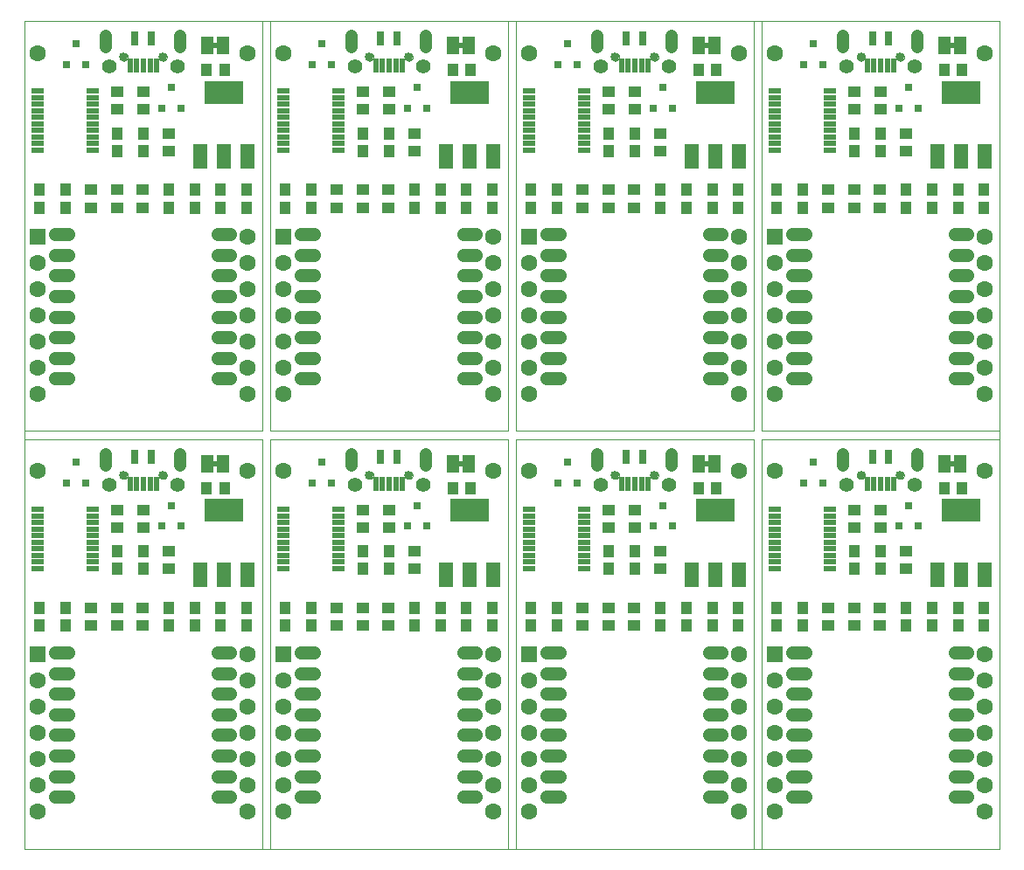
<source format=gts>
G75*
G70*
%OFA0B0*%
%FSLAX25Y25*%
%IPPOS*%
%LPD*%
%AMOC8*
5,1,8,0,0,1.08239X$1,22.5*
%
%ADD17R,0.06306X0.06306*%
%ADD18C,0.05518*%
%ADD21R,0.01975X0.05321*%
%ADD22R,0.04900X0.01900*%
%ADD26C,0.00500*%
%ADD29R,0.05200X0.09200*%
%ADD38C,0.00000*%
%ADD40R,0.04731X0.04337*%
%ADD51R,0.05000X0.06700*%
%ADD52C,0.06306*%
%ADD62R,0.14573X0.09061*%
%ADD63C,0.05124*%
%ADD64R,0.04337X0.04731*%
%ADD74R,0.02762X0.05715*%
%ADD75R,0.02762X0.03156*%
%ADD76C,0.04731*%
%ADD77C,0.03353*%
X0010000Y0010000D02*
G75*
%LPD*%
D38*
X0010000Y0010000D02*
X0010000Y0166496D01*
X0046319Y0152717D02*
X0046321Y0152794D01*
X0046327Y0152870D01*
X0046337Y0152946D01*
X0046351Y0153021D01*
X0046368Y0153096D01*
X0046390Y0153169D01*
X0046415Y0153242D01*
X0046445Y0153313D01*
X0046477Y0153382D01*
X0046514Y0153449D01*
X0046553Y0153515D01*
X0046596Y0153578D01*
X0046643Y0153639D01*
X0046692Y0153698D01*
X0046745Y0153754D01*
X0046800Y0153807D01*
X0046858Y0153857D01*
X0046918Y0153904D01*
X0046981Y0153948D01*
X0047046Y0153989D01*
X0047113Y0154026D01*
X0047182Y0154060D01*
X0047252Y0154090D01*
X0047324Y0154116D01*
X0047398Y0154138D01*
X0047472Y0154157D01*
X0047547Y0154172D01*
X0047623Y0154183D01*
X0047699Y0154190D01*
X0047776Y0154193D01*
X0047852Y0154192D01*
X0047929Y0154187D01*
X0048005Y0154178D01*
X0048081Y0154165D01*
X0048155Y0154148D01*
X0048229Y0154128D01*
X0048302Y0154103D01*
X0048373Y0154075D01*
X0048443Y0154043D01*
X0048511Y0154008D01*
X0048577Y0153969D01*
X0048641Y0153927D01*
X0048702Y0153881D01*
X0048762Y0153832D01*
X0048818Y0153781D01*
X0048872Y0153726D01*
X0048923Y0153669D01*
X0048971Y0153609D01*
X0049016Y0153547D01*
X0049057Y0153482D01*
X0049095Y0153416D01*
X0049130Y0153348D01*
X0049160Y0153277D01*
X0049188Y0153206D01*
X0049211Y0153133D01*
X0049231Y0153059D01*
X0049247Y0152984D01*
X0049259Y0152908D01*
X0049267Y0152832D01*
X0049271Y0152755D01*
X0049271Y0152679D01*
X0049267Y0152602D01*
X0049259Y0152526D01*
X0049247Y0152450D01*
X0049231Y0152375D01*
X0049211Y0152301D01*
X0049188Y0152228D01*
X0049160Y0152157D01*
X0049130Y0152086D01*
X0049095Y0152018D01*
X0049057Y0151952D01*
X0049016Y0151887D01*
X0048971Y0151825D01*
X0048923Y0151765D01*
X0048872Y0151708D01*
X0048818Y0151653D01*
X0048762Y0151602D01*
X0048702Y0151553D01*
X0048641Y0151507D01*
X0048577Y0151465D01*
X0048511Y0151426D01*
X0048443Y0151391D01*
X0048373Y0151359D01*
X0048302Y0151331D01*
X0048229Y0151306D01*
X0048155Y0151286D01*
X0048081Y0151269D01*
X0048005Y0151256D01*
X0047929Y0151247D01*
X0047852Y0151242D01*
X0047776Y0151241D01*
X0047699Y0151244D01*
X0047623Y0151251D01*
X0047547Y0151262D01*
X0047472Y0151277D01*
X0047398Y0151296D01*
X0047324Y0151318D01*
X0047252Y0151344D01*
X0047182Y0151374D01*
X0047113Y0151408D01*
X0047046Y0151445D01*
X0046981Y0151486D01*
X0046918Y0151530D01*
X0046858Y0151577D01*
X0046800Y0151627D01*
X0046745Y0151680D01*
X0046692Y0151736D01*
X0046643Y0151795D01*
X0046596Y0151856D01*
X0046553Y0151919D01*
X0046514Y0151985D01*
X0046477Y0152052D01*
X0046445Y0152121D01*
X0046415Y0152192D01*
X0046390Y0152265D01*
X0046368Y0152338D01*
X0046351Y0152413D01*
X0046337Y0152488D01*
X0046327Y0152564D01*
X0046321Y0152640D01*
X0046319Y0152717D01*
X0010000Y0166495D02*
X0100552Y0166495D01*
X0100551Y0166496D02*
X0100551Y0010000D01*
X0010000Y0010000D01*
X0061280Y0152717D02*
X0061282Y0152794D01*
X0061288Y0152870D01*
X0061298Y0152946D01*
X0061312Y0153021D01*
X0061329Y0153096D01*
X0061351Y0153169D01*
X0061376Y0153242D01*
X0061406Y0153313D01*
X0061438Y0153382D01*
X0061475Y0153449D01*
X0061514Y0153515D01*
X0061557Y0153578D01*
X0061604Y0153639D01*
X0061653Y0153698D01*
X0061706Y0153754D01*
X0061761Y0153807D01*
X0061819Y0153857D01*
X0061879Y0153904D01*
X0061942Y0153948D01*
X0062007Y0153989D01*
X0062074Y0154026D01*
X0062143Y0154060D01*
X0062213Y0154090D01*
X0062285Y0154116D01*
X0062359Y0154138D01*
X0062433Y0154157D01*
X0062508Y0154172D01*
X0062584Y0154183D01*
X0062660Y0154190D01*
X0062737Y0154193D01*
X0062813Y0154192D01*
X0062890Y0154187D01*
X0062966Y0154178D01*
X0063042Y0154165D01*
X0063116Y0154148D01*
X0063190Y0154128D01*
X0063263Y0154103D01*
X0063334Y0154075D01*
X0063404Y0154043D01*
X0063472Y0154008D01*
X0063538Y0153969D01*
X0063602Y0153927D01*
X0063663Y0153881D01*
X0063723Y0153832D01*
X0063779Y0153781D01*
X0063833Y0153726D01*
X0063884Y0153669D01*
X0063932Y0153609D01*
X0063977Y0153547D01*
X0064018Y0153482D01*
X0064056Y0153416D01*
X0064091Y0153348D01*
X0064121Y0153277D01*
X0064149Y0153206D01*
X0064172Y0153133D01*
X0064192Y0153059D01*
X0064208Y0152984D01*
X0064220Y0152908D01*
X0064228Y0152832D01*
X0064232Y0152755D01*
X0064232Y0152679D01*
X0064228Y0152602D01*
X0064220Y0152526D01*
X0064208Y0152450D01*
X0064192Y0152375D01*
X0064172Y0152301D01*
X0064149Y0152228D01*
X0064121Y0152157D01*
X0064091Y0152086D01*
X0064056Y0152018D01*
X0064018Y0151952D01*
X0063977Y0151887D01*
X0063932Y0151825D01*
X0063884Y0151765D01*
X0063833Y0151708D01*
X0063779Y0151653D01*
X0063723Y0151602D01*
X0063663Y0151553D01*
X0063602Y0151507D01*
X0063538Y0151465D01*
X0063472Y0151426D01*
X0063404Y0151391D01*
X0063334Y0151359D01*
X0063263Y0151331D01*
X0063190Y0151306D01*
X0063116Y0151286D01*
X0063042Y0151269D01*
X0062966Y0151256D01*
X0062890Y0151247D01*
X0062813Y0151242D01*
X0062737Y0151241D01*
X0062660Y0151244D01*
X0062584Y0151251D01*
X0062508Y0151262D01*
X0062433Y0151277D01*
X0062359Y0151296D01*
X0062285Y0151318D01*
X0062213Y0151344D01*
X0062143Y0151374D01*
X0062074Y0151408D01*
X0062007Y0151445D01*
X0061942Y0151486D01*
X0061879Y0151530D01*
X0061819Y0151577D01*
X0061761Y0151627D01*
X0061706Y0151680D01*
X0061653Y0151736D01*
X0061604Y0151795D01*
X0061557Y0151856D01*
X0061514Y0151919D01*
X0061475Y0151985D01*
X0061438Y0152052D01*
X0061406Y0152121D01*
X0061376Y0152192D01*
X0061351Y0152265D01*
X0061329Y0152338D01*
X0061312Y0152413D01*
X0061298Y0152488D01*
X0061288Y0152564D01*
X0061282Y0152640D01*
X0061280Y0152717D01*
D64*
X0055276Y0123583D03*
X0055276Y0116890D03*
X0065118Y0101929D03*
X0065118Y0095236D03*
X0074961Y0095236D03*
X0074961Y0101929D03*
X0084803Y0101929D03*
X0084803Y0095236D03*
X0094646Y0095236D03*
X0094646Y0101929D03*
X0086181Y0147795D03*
X0079488Y0147795D03*
X0045433Y0123583D03*
X0045433Y0116890D03*
X0025591Y0101929D03*
X0025591Y0095236D03*
X0015748Y0095236D03*
X0015748Y0101929D03*
D40*
X0035433Y0101929D03*
X0035433Y0095236D03*
X0045276Y0095236D03*
X0045276Y0101929D03*
X0055118Y0101929D03*
X0055118Y0095236D03*
X0065118Y0116890D03*
X0065118Y0123583D03*
X0055276Y0132638D03*
X0055276Y0139331D03*
X0045433Y0139331D03*
X0045433Y0132638D03*
D22*
X0036078Y0132152D03*
X0036078Y0129652D03*
X0036078Y0127152D03*
X0036078Y0124652D03*
X0036078Y0122152D03*
X0036078Y0119652D03*
X0036078Y0117152D03*
X0036078Y0134652D03*
X0036078Y0137152D03*
X0036078Y0139652D03*
X0014978Y0139652D03*
X0014978Y0137152D03*
X0014978Y0134652D03*
X0014978Y0132152D03*
X0014978Y0129652D03*
X0014978Y0127152D03*
X0014978Y0124652D03*
X0014978Y0122152D03*
X0014978Y0119652D03*
X0014978Y0117152D03*
D75*
X0025945Y0149764D03*
X0029685Y0157638D03*
X0033425Y0149764D03*
X0062165Y0133228D03*
X0065906Y0141102D03*
X0069646Y0133228D03*
D29*
X0076900Y0114831D03*
X0086000Y0114831D03*
X0095100Y0114831D03*
D62*
X0086000Y0139232D03*
D74*
X0058425Y0159803D03*
X0052126Y0159803D03*
D21*
X0052717Y0149272D03*
X0055276Y0149272D03*
X0057835Y0149272D03*
X0060394Y0149272D03*
X0050157Y0149272D03*
D18*
X0042283Y0149173D03*
X0068268Y0149173D03*
D76*
X0069449Y0156457D02*
X0069449Y0160787D01*
X0041102Y0160787D02*
X0041102Y0156457D01*
D77*
X0047795Y0152717D03*
X0062756Y0152717D03*
D52*
X0095000Y0154248D03*
X0095000Y0084248D03*
X0095000Y0074248D03*
X0095000Y0064248D03*
X0095000Y0054248D03*
X0095000Y0044248D03*
X0095000Y0034248D03*
X0095000Y0024248D03*
X0015000Y0024248D03*
X0015000Y0034248D03*
X0015000Y0044248D03*
X0015000Y0054248D03*
X0015000Y0064248D03*
X0015000Y0074248D03*
X0015000Y0154248D03*
D17*
X0015000Y0084248D03*
D63*
X0021791Y0085071D02*
X0026516Y0085071D01*
X0026516Y0077197D02*
X0021791Y0077197D01*
X0021791Y0069323D02*
X0026516Y0069323D01*
X0026516Y0061449D02*
X0021791Y0061449D01*
X0021791Y0053575D02*
X0026516Y0053575D01*
X0026516Y0045701D02*
X0021791Y0045701D01*
X0021791Y0037827D02*
X0026516Y0037827D01*
X0026516Y0029953D02*
X0021791Y0029953D01*
X0083602Y0029953D02*
X0088327Y0029953D01*
X0088327Y0037827D02*
X0083602Y0037827D01*
X0083602Y0045701D02*
X0088327Y0045701D01*
X0088327Y0053575D02*
X0083602Y0053575D01*
X0083602Y0061449D02*
X0088327Y0061449D01*
X0088327Y0069323D02*
X0083602Y0069323D01*
X0083602Y0077197D02*
X0088327Y0077197D01*
X0088327Y0085071D02*
X0083602Y0085071D01*
D51*
X0085598Y0157047D03*
X0079598Y0157047D03*
D26*
X0081498Y0157061D02*
X0083598Y0157061D01*
X0083598Y0157559D02*
X0081498Y0157559D01*
X0081498Y0157747D02*
X0081498Y0156347D01*
X0083598Y0156347D01*
X0083598Y0157747D01*
X0081498Y0157747D01*
X0081498Y0156562D02*
X0083598Y0156562D01*
X0010000Y0169621D02*
G75*
%LPD*%
D38*
X0010000Y0169621D02*
X0010000Y0326117D01*
X0046319Y0312338D02*
X0046321Y0312415D01*
X0046327Y0312491D01*
X0046337Y0312567D01*
X0046351Y0312642D01*
X0046368Y0312717D01*
X0046390Y0312790D01*
X0046415Y0312863D01*
X0046445Y0312934D01*
X0046477Y0313003D01*
X0046514Y0313070D01*
X0046553Y0313136D01*
X0046596Y0313199D01*
X0046643Y0313260D01*
X0046692Y0313319D01*
X0046745Y0313375D01*
X0046800Y0313428D01*
X0046858Y0313478D01*
X0046918Y0313525D01*
X0046981Y0313569D01*
X0047046Y0313610D01*
X0047113Y0313647D01*
X0047182Y0313681D01*
X0047252Y0313711D01*
X0047324Y0313737D01*
X0047398Y0313759D01*
X0047472Y0313778D01*
X0047547Y0313793D01*
X0047623Y0313804D01*
X0047699Y0313811D01*
X0047776Y0313814D01*
X0047852Y0313813D01*
X0047929Y0313808D01*
X0048005Y0313799D01*
X0048081Y0313786D01*
X0048155Y0313769D01*
X0048229Y0313749D01*
X0048302Y0313724D01*
X0048373Y0313696D01*
X0048443Y0313664D01*
X0048511Y0313629D01*
X0048577Y0313590D01*
X0048641Y0313548D01*
X0048702Y0313502D01*
X0048762Y0313453D01*
X0048818Y0313402D01*
X0048872Y0313347D01*
X0048923Y0313290D01*
X0048971Y0313230D01*
X0049016Y0313168D01*
X0049057Y0313103D01*
X0049095Y0313037D01*
X0049130Y0312969D01*
X0049160Y0312898D01*
X0049188Y0312827D01*
X0049211Y0312754D01*
X0049231Y0312680D01*
X0049247Y0312605D01*
X0049259Y0312529D01*
X0049267Y0312453D01*
X0049271Y0312376D01*
X0049271Y0312300D01*
X0049267Y0312223D01*
X0049259Y0312147D01*
X0049247Y0312071D01*
X0049231Y0311996D01*
X0049211Y0311922D01*
X0049188Y0311849D01*
X0049160Y0311778D01*
X0049130Y0311707D01*
X0049095Y0311639D01*
X0049057Y0311573D01*
X0049016Y0311508D01*
X0048971Y0311446D01*
X0048923Y0311386D01*
X0048872Y0311329D01*
X0048818Y0311274D01*
X0048762Y0311223D01*
X0048702Y0311174D01*
X0048641Y0311128D01*
X0048577Y0311086D01*
X0048511Y0311047D01*
X0048443Y0311012D01*
X0048373Y0310980D01*
X0048302Y0310952D01*
X0048229Y0310927D01*
X0048155Y0310907D01*
X0048081Y0310890D01*
X0048005Y0310877D01*
X0047929Y0310868D01*
X0047852Y0310863D01*
X0047776Y0310862D01*
X0047699Y0310865D01*
X0047623Y0310872D01*
X0047547Y0310883D01*
X0047472Y0310898D01*
X0047398Y0310917D01*
X0047324Y0310939D01*
X0047252Y0310965D01*
X0047182Y0310995D01*
X0047113Y0311029D01*
X0047046Y0311066D01*
X0046981Y0311107D01*
X0046918Y0311151D01*
X0046858Y0311198D01*
X0046800Y0311248D01*
X0046745Y0311301D01*
X0046692Y0311357D01*
X0046643Y0311416D01*
X0046596Y0311477D01*
X0046553Y0311540D01*
X0046514Y0311606D01*
X0046477Y0311673D01*
X0046445Y0311742D01*
X0046415Y0311813D01*
X0046390Y0311886D01*
X0046368Y0311959D01*
X0046351Y0312034D01*
X0046337Y0312109D01*
X0046327Y0312185D01*
X0046321Y0312261D01*
X0046319Y0312338D01*
X0010000Y0326116D02*
X0100552Y0326116D01*
X0100551Y0326117D02*
X0100551Y0169621D01*
X0010000Y0169621D01*
X0061280Y0312338D02*
X0061282Y0312415D01*
X0061288Y0312491D01*
X0061298Y0312567D01*
X0061312Y0312642D01*
X0061329Y0312717D01*
X0061351Y0312790D01*
X0061376Y0312863D01*
X0061406Y0312934D01*
X0061438Y0313003D01*
X0061475Y0313070D01*
X0061514Y0313136D01*
X0061557Y0313199D01*
X0061604Y0313260D01*
X0061653Y0313319D01*
X0061706Y0313375D01*
X0061761Y0313428D01*
X0061819Y0313478D01*
X0061879Y0313525D01*
X0061942Y0313569D01*
X0062007Y0313610D01*
X0062074Y0313647D01*
X0062143Y0313681D01*
X0062213Y0313711D01*
X0062285Y0313737D01*
X0062359Y0313759D01*
X0062433Y0313778D01*
X0062508Y0313793D01*
X0062584Y0313804D01*
X0062660Y0313811D01*
X0062737Y0313814D01*
X0062813Y0313813D01*
X0062890Y0313808D01*
X0062966Y0313799D01*
X0063042Y0313786D01*
X0063116Y0313769D01*
X0063190Y0313749D01*
X0063263Y0313724D01*
X0063334Y0313696D01*
X0063404Y0313664D01*
X0063472Y0313629D01*
X0063538Y0313590D01*
X0063602Y0313548D01*
X0063663Y0313502D01*
X0063723Y0313453D01*
X0063779Y0313402D01*
X0063833Y0313347D01*
X0063884Y0313290D01*
X0063932Y0313230D01*
X0063977Y0313168D01*
X0064018Y0313103D01*
X0064056Y0313037D01*
X0064091Y0312969D01*
X0064121Y0312898D01*
X0064149Y0312827D01*
X0064172Y0312754D01*
X0064192Y0312680D01*
X0064208Y0312605D01*
X0064220Y0312529D01*
X0064228Y0312453D01*
X0064232Y0312376D01*
X0064232Y0312300D01*
X0064228Y0312223D01*
X0064220Y0312147D01*
X0064208Y0312071D01*
X0064192Y0311996D01*
X0064172Y0311922D01*
X0064149Y0311849D01*
X0064121Y0311778D01*
X0064091Y0311707D01*
X0064056Y0311639D01*
X0064018Y0311573D01*
X0063977Y0311508D01*
X0063932Y0311446D01*
X0063884Y0311386D01*
X0063833Y0311329D01*
X0063779Y0311274D01*
X0063723Y0311223D01*
X0063663Y0311174D01*
X0063602Y0311128D01*
X0063538Y0311086D01*
X0063472Y0311047D01*
X0063404Y0311012D01*
X0063334Y0310980D01*
X0063263Y0310952D01*
X0063190Y0310927D01*
X0063116Y0310907D01*
X0063042Y0310890D01*
X0062966Y0310877D01*
X0062890Y0310868D01*
X0062813Y0310863D01*
X0062737Y0310862D01*
X0062660Y0310865D01*
X0062584Y0310872D01*
X0062508Y0310883D01*
X0062433Y0310898D01*
X0062359Y0310917D01*
X0062285Y0310939D01*
X0062213Y0310965D01*
X0062143Y0310995D01*
X0062074Y0311029D01*
X0062007Y0311066D01*
X0061942Y0311107D01*
X0061879Y0311151D01*
X0061819Y0311198D01*
X0061761Y0311248D01*
X0061706Y0311301D01*
X0061653Y0311357D01*
X0061604Y0311416D01*
X0061557Y0311477D01*
X0061514Y0311540D01*
X0061475Y0311606D01*
X0061438Y0311673D01*
X0061406Y0311742D01*
X0061376Y0311813D01*
X0061351Y0311886D01*
X0061329Y0311959D01*
X0061312Y0312034D01*
X0061298Y0312109D01*
X0061288Y0312185D01*
X0061282Y0312261D01*
X0061280Y0312338D01*
D64*
X0055276Y0283204D03*
X0055276Y0276511D03*
X0065118Y0261550D03*
X0065118Y0254857D03*
X0074961Y0254857D03*
X0074961Y0261550D03*
X0084803Y0261550D03*
X0084803Y0254857D03*
X0094646Y0254857D03*
X0094646Y0261550D03*
X0086181Y0307416D03*
X0079488Y0307416D03*
X0045433Y0283204D03*
X0045433Y0276511D03*
X0025591Y0261550D03*
X0025591Y0254857D03*
X0015748Y0254857D03*
X0015748Y0261550D03*
D40*
X0035433Y0261550D03*
X0035433Y0254857D03*
X0045276Y0254857D03*
X0045276Y0261550D03*
X0055118Y0261550D03*
X0055118Y0254857D03*
X0065118Y0276511D03*
X0065118Y0283204D03*
X0055276Y0292259D03*
X0055276Y0298952D03*
X0045433Y0298952D03*
X0045433Y0292259D03*
D22*
X0036078Y0291773D03*
X0036078Y0289273D03*
X0036078Y0286773D03*
X0036078Y0284273D03*
X0036078Y0281773D03*
X0036078Y0279273D03*
X0036078Y0276773D03*
X0036078Y0294273D03*
X0036078Y0296773D03*
X0036078Y0299273D03*
X0014978Y0299273D03*
X0014978Y0296773D03*
X0014978Y0294273D03*
X0014978Y0291773D03*
X0014978Y0289273D03*
X0014978Y0286773D03*
X0014978Y0284273D03*
X0014978Y0281773D03*
X0014978Y0279273D03*
X0014978Y0276773D03*
D75*
X0025945Y0309385D03*
X0029685Y0317259D03*
X0033425Y0309385D03*
X0062165Y0292849D03*
X0065906Y0300723D03*
X0069646Y0292849D03*
D29*
X0076900Y0274452D03*
X0086000Y0274452D03*
X0095100Y0274452D03*
D62*
X0086000Y0298853D03*
D74*
X0058425Y0319424D03*
X0052126Y0319424D03*
D21*
X0052717Y0308893D03*
X0055276Y0308893D03*
X0057835Y0308893D03*
X0060394Y0308893D03*
X0050157Y0308893D03*
D18*
X0042283Y0308794D03*
X0068268Y0308794D03*
D76*
X0069449Y0316078D02*
X0069449Y0320408D01*
X0041102Y0320408D02*
X0041102Y0316078D01*
D77*
X0047795Y0312338D03*
X0062756Y0312338D03*
D52*
X0095000Y0313869D03*
X0095000Y0243869D03*
X0095000Y0233869D03*
X0095000Y0223869D03*
X0095000Y0213869D03*
X0095000Y0203869D03*
X0095000Y0193869D03*
X0095000Y0183869D03*
X0015000Y0183869D03*
X0015000Y0193869D03*
X0015000Y0203869D03*
X0015000Y0213869D03*
X0015000Y0223869D03*
X0015000Y0233869D03*
X0015000Y0313869D03*
D17*
X0015000Y0243869D03*
D63*
X0021791Y0244692D02*
X0026516Y0244692D01*
X0026516Y0236818D02*
X0021791Y0236818D01*
X0021791Y0228944D02*
X0026516Y0228944D01*
X0026516Y0221070D02*
X0021791Y0221070D01*
X0021791Y0213196D02*
X0026516Y0213196D01*
X0026516Y0205322D02*
X0021791Y0205322D01*
X0021791Y0197448D02*
X0026516Y0197448D01*
X0026516Y0189574D02*
X0021791Y0189574D01*
X0083602Y0189574D02*
X0088327Y0189574D01*
X0088327Y0197448D02*
X0083602Y0197448D01*
X0083602Y0205322D02*
X0088327Y0205322D01*
X0088327Y0213196D02*
X0083602Y0213196D01*
X0083602Y0221070D02*
X0088327Y0221070D01*
X0088327Y0228944D02*
X0083602Y0228944D01*
X0083602Y0236818D02*
X0088327Y0236818D01*
X0088327Y0244692D02*
X0083602Y0244692D01*
D51*
X0085598Y0316668D03*
X0079598Y0316668D03*
D26*
X0081498Y0316682D02*
X0083598Y0316682D01*
X0083598Y0317180D02*
X0081498Y0317180D01*
X0081498Y0317368D02*
X0081498Y0315968D01*
X0083598Y0315968D01*
X0083598Y0317368D01*
X0081498Y0317368D01*
X0081498Y0316183D02*
X0083598Y0316183D01*
X0103677Y0010000D02*
G75*
%LPD*%
D38*
X0103677Y0010000D02*
X0103677Y0166496D01*
X0139996Y0152717D02*
X0139998Y0152794D01*
X0140004Y0152870D01*
X0140014Y0152946D01*
X0140028Y0153021D01*
X0140045Y0153096D01*
X0140067Y0153169D01*
X0140092Y0153242D01*
X0140122Y0153313D01*
X0140154Y0153382D01*
X0140191Y0153449D01*
X0140230Y0153515D01*
X0140273Y0153578D01*
X0140320Y0153639D01*
X0140369Y0153698D01*
X0140422Y0153754D01*
X0140477Y0153807D01*
X0140535Y0153857D01*
X0140595Y0153904D01*
X0140658Y0153948D01*
X0140723Y0153989D01*
X0140790Y0154026D01*
X0140859Y0154060D01*
X0140929Y0154090D01*
X0141001Y0154116D01*
X0141075Y0154138D01*
X0141149Y0154157D01*
X0141224Y0154172D01*
X0141300Y0154183D01*
X0141376Y0154190D01*
X0141453Y0154193D01*
X0141529Y0154192D01*
X0141606Y0154187D01*
X0141682Y0154178D01*
X0141758Y0154165D01*
X0141832Y0154148D01*
X0141906Y0154128D01*
X0141979Y0154103D01*
X0142050Y0154075D01*
X0142120Y0154043D01*
X0142188Y0154008D01*
X0142254Y0153969D01*
X0142318Y0153927D01*
X0142379Y0153881D01*
X0142439Y0153832D01*
X0142495Y0153781D01*
X0142549Y0153726D01*
X0142600Y0153669D01*
X0142648Y0153609D01*
X0142693Y0153547D01*
X0142734Y0153482D01*
X0142772Y0153416D01*
X0142807Y0153348D01*
X0142837Y0153277D01*
X0142865Y0153206D01*
X0142888Y0153133D01*
X0142908Y0153059D01*
X0142924Y0152984D01*
X0142936Y0152908D01*
X0142944Y0152832D01*
X0142948Y0152755D01*
X0142948Y0152679D01*
X0142944Y0152602D01*
X0142936Y0152526D01*
X0142924Y0152450D01*
X0142908Y0152375D01*
X0142888Y0152301D01*
X0142865Y0152228D01*
X0142837Y0152157D01*
X0142807Y0152086D01*
X0142772Y0152018D01*
X0142734Y0151952D01*
X0142693Y0151887D01*
X0142648Y0151825D01*
X0142600Y0151765D01*
X0142549Y0151708D01*
X0142495Y0151653D01*
X0142439Y0151602D01*
X0142379Y0151553D01*
X0142318Y0151507D01*
X0142254Y0151465D01*
X0142188Y0151426D01*
X0142120Y0151391D01*
X0142050Y0151359D01*
X0141979Y0151331D01*
X0141906Y0151306D01*
X0141832Y0151286D01*
X0141758Y0151269D01*
X0141682Y0151256D01*
X0141606Y0151247D01*
X0141529Y0151242D01*
X0141453Y0151241D01*
X0141376Y0151244D01*
X0141300Y0151251D01*
X0141224Y0151262D01*
X0141149Y0151277D01*
X0141075Y0151296D01*
X0141001Y0151318D01*
X0140929Y0151344D01*
X0140859Y0151374D01*
X0140790Y0151408D01*
X0140723Y0151445D01*
X0140658Y0151486D01*
X0140595Y0151530D01*
X0140535Y0151577D01*
X0140477Y0151627D01*
X0140422Y0151680D01*
X0140369Y0151736D01*
X0140320Y0151795D01*
X0140273Y0151856D01*
X0140230Y0151919D01*
X0140191Y0151985D01*
X0140154Y0152052D01*
X0140122Y0152121D01*
X0140092Y0152192D01*
X0140067Y0152265D01*
X0140045Y0152338D01*
X0140028Y0152413D01*
X0140014Y0152488D01*
X0140004Y0152564D01*
X0139998Y0152640D01*
X0139996Y0152717D01*
X0103677Y0166495D02*
X0194229Y0166495D01*
X0194228Y0166496D02*
X0194228Y0010000D01*
X0103677Y0010000D01*
X0154957Y0152717D02*
X0154959Y0152794D01*
X0154965Y0152870D01*
X0154975Y0152946D01*
X0154989Y0153021D01*
X0155006Y0153096D01*
X0155028Y0153169D01*
X0155053Y0153242D01*
X0155083Y0153313D01*
X0155115Y0153382D01*
X0155152Y0153449D01*
X0155191Y0153515D01*
X0155234Y0153578D01*
X0155281Y0153639D01*
X0155330Y0153698D01*
X0155383Y0153754D01*
X0155438Y0153807D01*
X0155496Y0153857D01*
X0155556Y0153904D01*
X0155619Y0153948D01*
X0155684Y0153989D01*
X0155751Y0154026D01*
X0155820Y0154060D01*
X0155890Y0154090D01*
X0155962Y0154116D01*
X0156036Y0154138D01*
X0156110Y0154157D01*
X0156185Y0154172D01*
X0156261Y0154183D01*
X0156337Y0154190D01*
X0156414Y0154193D01*
X0156490Y0154192D01*
X0156567Y0154187D01*
X0156643Y0154178D01*
X0156719Y0154165D01*
X0156793Y0154148D01*
X0156867Y0154128D01*
X0156940Y0154103D01*
X0157011Y0154075D01*
X0157081Y0154043D01*
X0157149Y0154008D01*
X0157215Y0153969D01*
X0157279Y0153927D01*
X0157340Y0153881D01*
X0157400Y0153832D01*
X0157456Y0153781D01*
X0157510Y0153726D01*
X0157561Y0153669D01*
X0157609Y0153609D01*
X0157654Y0153547D01*
X0157695Y0153482D01*
X0157733Y0153416D01*
X0157768Y0153348D01*
X0157798Y0153277D01*
X0157826Y0153206D01*
X0157849Y0153133D01*
X0157869Y0153059D01*
X0157885Y0152984D01*
X0157897Y0152908D01*
X0157905Y0152832D01*
X0157909Y0152755D01*
X0157909Y0152679D01*
X0157905Y0152602D01*
X0157897Y0152526D01*
X0157885Y0152450D01*
X0157869Y0152375D01*
X0157849Y0152301D01*
X0157826Y0152228D01*
X0157798Y0152157D01*
X0157768Y0152086D01*
X0157733Y0152018D01*
X0157695Y0151952D01*
X0157654Y0151887D01*
X0157609Y0151825D01*
X0157561Y0151765D01*
X0157510Y0151708D01*
X0157456Y0151653D01*
X0157400Y0151602D01*
X0157340Y0151553D01*
X0157279Y0151507D01*
X0157215Y0151465D01*
X0157149Y0151426D01*
X0157081Y0151391D01*
X0157011Y0151359D01*
X0156940Y0151331D01*
X0156867Y0151306D01*
X0156793Y0151286D01*
X0156719Y0151269D01*
X0156643Y0151256D01*
X0156567Y0151247D01*
X0156490Y0151242D01*
X0156414Y0151241D01*
X0156337Y0151244D01*
X0156261Y0151251D01*
X0156185Y0151262D01*
X0156110Y0151277D01*
X0156036Y0151296D01*
X0155962Y0151318D01*
X0155890Y0151344D01*
X0155820Y0151374D01*
X0155751Y0151408D01*
X0155684Y0151445D01*
X0155619Y0151486D01*
X0155556Y0151530D01*
X0155496Y0151577D01*
X0155438Y0151627D01*
X0155383Y0151680D01*
X0155330Y0151736D01*
X0155281Y0151795D01*
X0155234Y0151856D01*
X0155191Y0151919D01*
X0155152Y0151985D01*
X0155115Y0152052D01*
X0155083Y0152121D01*
X0155053Y0152192D01*
X0155028Y0152265D01*
X0155006Y0152338D01*
X0154989Y0152413D01*
X0154975Y0152488D01*
X0154965Y0152564D01*
X0154959Y0152640D01*
X0154957Y0152717D01*
D64*
X0148953Y0123583D03*
X0148953Y0116890D03*
X0158795Y0101929D03*
X0158795Y0095236D03*
X0168638Y0095236D03*
X0168638Y0101929D03*
X0178480Y0101929D03*
X0178480Y0095236D03*
X0188323Y0095236D03*
X0188323Y0101929D03*
X0179858Y0147795D03*
X0173165Y0147795D03*
X0139110Y0123583D03*
X0139110Y0116890D03*
X0119268Y0101929D03*
X0119268Y0095236D03*
X0109425Y0095236D03*
X0109425Y0101929D03*
D40*
X0129110Y0101929D03*
X0129110Y0095236D03*
X0138953Y0095236D03*
X0138953Y0101929D03*
X0148795Y0101929D03*
X0148795Y0095236D03*
X0158795Y0116890D03*
X0158795Y0123583D03*
X0148953Y0132638D03*
X0148953Y0139331D03*
X0139110Y0139331D03*
X0139110Y0132638D03*
D22*
X0129755Y0132152D03*
X0129755Y0129652D03*
X0129755Y0127152D03*
X0129755Y0124652D03*
X0129755Y0122152D03*
X0129755Y0119652D03*
X0129755Y0117152D03*
X0129755Y0134652D03*
X0129755Y0137152D03*
X0129755Y0139652D03*
X0108655Y0139652D03*
X0108655Y0137152D03*
X0108655Y0134652D03*
X0108655Y0132152D03*
X0108655Y0129652D03*
X0108655Y0127152D03*
X0108655Y0124652D03*
X0108655Y0122152D03*
X0108655Y0119652D03*
X0108655Y0117152D03*
D75*
X0119622Y0149764D03*
X0123362Y0157638D03*
X0127102Y0149764D03*
X0155842Y0133228D03*
X0159583Y0141102D03*
X0163323Y0133228D03*
D29*
X0170577Y0114831D03*
X0179677Y0114831D03*
X0188777Y0114831D03*
D62*
X0179677Y0139232D03*
D74*
X0152102Y0159803D03*
X0145803Y0159803D03*
D21*
X0146394Y0149272D03*
X0148953Y0149272D03*
X0151512Y0149272D03*
X0154071Y0149272D03*
X0143834Y0149272D03*
D18*
X0135960Y0149173D03*
X0161945Y0149173D03*
D76*
X0163126Y0156457D02*
X0163126Y0160787D01*
X0134779Y0160787D02*
X0134779Y0156457D01*
D77*
X0141472Y0152717D03*
X0156433Y0152717D03*
D52*
X0188677Y0154248D03*
X0188677Y0084248D03*
X0188677Y0074248D03*
X0188677Y0064248D03*
X0188677Y0054248D03*
X0188677Y0044248D03*
X0188677Y0034248D03*
X0188677Y0024248D03*
X0108677Y0024248D03*
X0108677Y0034248D03*
X0108677Y0044248D03*
X0108677Y0054248D03*
X0108677Y0064248D03*
X0108677Y0074248D03*
X0108677Y0154248D03*
D17*
X0108677Y0084248D03*
D63*
X0115468Y0085071D02*
X0120193Y0085071D01*
X0120193Y0077197D02*
X0115468Y0077197D01*
X0115468Y0069323D02*
X0120193Y0069323D01*
X0120193Y0061449D02*
X0115468Y0061449D01*
X0115468Y0053575D02*
X0120193Y0053575D01*
X0120193Y0045701D02*
X0115468Y0045701D01*
X0115468Y0037827D02*
X0120193Y0037827D01*
X0120193Y0029953D02*
X0115468Y0029953D01*
X0177279Y0029953D02*
X0182004Y0029953D01*
X0182004Y0037827D02*
X0177279Y0037827D01*
X0177279Y0045701D02*
X0182004Y0045701D01*
X0182004Y0053575D02*
X0177279Y0053575D01*
X0177279Y0061449D02*
X0182004Y0061449D01*
X0182004Y0069323D02*
X0177279Y0069323D01*
X0177279Y0077197D02*
X0182004Y0077197D01*
X0182004Y0085071D02*
X0177279Y0085071D01*
D51*
X0179275Y0157047D03*
X0173275Y0157047D03*
D26*
X0175175Y0157061D02*
X0177275Y0157061D01*
X0177275Y0157559D02*
X0175175Y0157559D01*
X0175175Y0157747D02*
X0175175Y0156347D01*
X0177275Y0156347D01*
X0177275Y0157747D01*
X0175175Y0157747D01*
X0175175Y0156562D02*
X0177275Y0156562D01*
X0103677Y0169621D02*
G75*
%LPD*%
D38*
X0103677Y0169621D02*
X0103677Y0326117D01*
X0139996Y0312338D02*
X0139998Y0312415D01*
X0140004Y0312491D01*
X0140014Y0312567D01*
X0140028Y0312642D01*
X0140045Y0312717D01*
X0140067Y0312790D01*
X0140092Y0312863D01*
X0140122Y0312934D01*
X0140154Y0313003D01*
X0140191Y0313070D01*
X0140230Y0313136D01*
X0140273Y0313199D01*
X0140320Y0313260D01*
X0140369Y0313319D01*
X0140422Y0313375D01*
X0140477Y0313428D01*
X0140535Y0313478D01*
X0140595Y0313525D01*
X0140658Y0313569D01*
X0140723Y0313610D01*
X0140790Y0313647D01*
X0140859Y0313681D01*
X0140929Y0313711D01*
X0141001Y0313737D01*
X0141075Y0313759D01*
X0141149Y0313778D01*
X0141224Y0313793D01*
X0141300Y0313804D01*
X0141376Y0313811D01*
X0141453Y0313814D01*
X0141529Y0313813D01*
X0141606Y0313808D01*
X0141682Y0313799D01*
X0141758Y0313786D01*
X0141832Y0313769D01*
X0141906Y0313749D01*
X0141979Y0313724D01*
X0142050Y0313696D01*
X0142120Y0313664D01*
X0142188Y0313629D01*
X0142254Y0313590D01*
X0142318Y0313548D01*
X0142379Y0313502D01*
X0142439Y0313453D01*
X0142495Y0313402D01*
X0142549Y0313347D01*
X0142600Y0313290D01*
X0142648Y0313230D01*
X0142693Y0313168D01*
X0142734Y0313103D01*
X0142772Y0313037D01*
X0142807Y0312969D01*
X0142837Y0312898D01*
X0142865Y0312827D01*
X0142888Y0312754D01*
X0142908Y0312680D01*
X0142924Y0312605D01*
X0142936Y0312529D01*
X0142944Y0312453D01*
X0142948Y0312376D01*
X0142948Y0312300D01*
X0142944Y0312223D01*
X0142936Y0312147D01*
X0142924Y0312071D01*
X0142908Y0311996D01*
X0142888Y0311922D01*
X0142865Y0311849D01*
X0142837Y0311778D01*
X0142807Y0311707D01*
X0142772Y0311639D01*
X0142734Y0311573D01*
X0142693Y0311508D01*
X0142648Y0311446D01*
X0142600Y0311386D01*
X0142549Y0311329D01*
X0142495Y0311274D01*
X0142439Y0311223D01*
X0142379Y0311174D01*
X0142318Y0311128D01*
X0142254Y0311086D01*
X0142188Y0311047D01*
X0142120Y0311012D01*
X0142050Y0310980D01*
X0141979Y0310952D01*
X0141906Y0310927D01*
X0141832Y0310907D01*
X0141758Y0310890D01*
X0141682Y0310877D01*
X0141606Y0310868D01*
X0141529Y0310863D01*
X0141453Y0310862D01*
X0141376Y0310865D01*
X0141300Y0310872D01*
X0141224Y0310883D01*
X0141149Y0310898D01*
X0141075Y0310917D01*
X0141001Y0310939D01*
X0140929Y0310965D01*
X0140859Y0310995D01*
X0140790Y0311029D01*
X0140723Y0311066D01*
X0140658Y0311107D01*
X0140595Y0311151D01*
X0140535Y0311198D01*
X0140477Y0311248D01*
X0140422Y0311301D01*
X0140369Y0311357D01*
X0140320Y0311416D01*
X0140273Y0311477D01*
X0140230Y0311540D01*
X0140191Y0311606D01*
X0140154Y0311673D01*
X0140122Y0311742D01*
X0140092Y0311813D01*
X0140067Y0311886D01*
X0140045Y0311959D01*
X0140028Y0312034D01*
X0140014Y0312109D01*
X0140004Y0312185D01*
X0139998Y0312261D01*
X0139996Y0312338D01*
X0103677Y0326116D02*
X0194229Y0326116D01*
X0194228Y0326117D02*
X0194228Y0169621D01*
X0103677Y0169621D01*
X0154957Y0312338D02*
X0154959Y0312415D01*
X0154965Y0312491D01*
X0154975Y0312567D01*
X0154989Y0312642D01*
X0155006Y0312717D01*
X0155028Y0312790D01*
X0155053Y0312863D01*
X0155083Y0312934D01*
X0155115Y0313003D01*
X0155152Y0313070D01*
X0155191Y0313136D01*
X0155234Y0313199D01*
X0155281Y0313260D01*
X0155330Y0313319D01*
X0155383Y0313375D01*
X0155438Y0313428D01*
X0155496Y0313478D01*
X0155556Y0313525D01*
X0155619Y0313569D01*
X0155684Y0313610D01*
X0155751Y0313647D01*
X0155820Y0313681D01*
X0155890Y0313711D01*
X0155962Y0313737D01*
X0156036Y0313759D01*
X0156110Y0313778D01*
X0156185Y0313793D01*
X0156261Y0313804D01*
X0156337Y0313811D01*
X0156414Y0313814D01*
X0156490Y0313813D01*
X0156567Y0313808D01*
X0156643Y0313799D01*
X0156719Y0313786D01*
X0156793Y0313769D01*
X0156867Y0313749D01*
X0156940Y0313724D01*
X0157011Y0313696D01*
X0157081Y0313664D01*
X0157149Y0313629D01*
X0157215Y0313590D01*
X0157279Y0313548D01*
X0157340Y0313502D01*
X0157400Y0313453D01*
X0157456Y0313402D01*
X0157510Y0313347D01*
X0157561Y0313290D01*
X0157609Y0313230D01*
X0157654Y0313168D01*
X0157695Y0313103D01*
X0157733Y0313037D01*
X0157768Y0312969D01*
X0157798Y0312898D01*
X0157826Y0312827D01*
X0157849Y0312754D01*
X0157869Y0312680D01*
X0157885Y0312605D01*
X0157897Y0312529D01*
X0157905Y0312453D01*
X0157909Y0312376D01*
X0157909Y0312300D01*
X0157905Y0312223D01*
X0157897Y0312147D01*
X0157885Y0312071D01*
X0157869Y0311996D01*
X0157849Y0311922D01*
X0157826Y0311849D01*
X0157798Y0311778D01*
X0157768Y0311707D01*
X0157733Y0311639D01*
X0157695Y0311573D01*
X0157654Y0311508D01*
X0157609Y0311446D01*
X0157561Y0311386D01*
X0157510Y0311329D01*
X0157456Y0311274D01*
X0157400Y0311223D01*
X0157340Y0311174D01*
X0157279Y0311128D01*
X0157215Y0311086D01*
X0157149Y0311047D01*
X0157081Y0311012D01*
X0157011Y0310980D01*
X0156940Y0310952D01*
X0156867Y0310927D01*
X0156793Y0310907D01*
X0156719Y0310890D01*
X0156643Y0310877D01*
X0156567Y0310868D01*
X0156490Y0310863D01*
X0156414Y0310862D01*
X0156337Y0310865D01*
X0156261Y0310872D01*
X0156185Y0310883D01*
X0156110Y0310898D01*
X0156036Y0310917D01*
X0155962Y0310939D01*
X0155890Y0310965D01*
X0155820Y0310995D01*
X0155751Y0311029D01*
X0155684Y0311066D01*
X0155619Y0311107D01*
X0155556Y0311151D01*
X0155496Y0311198D01*
X0155438Y0311248D01*
X0155383Y0311301D01*
X0155330Y0311357D01*
X0155281Y0311416D01*
X0155234Y0311477D01*
X0155191Y0311540D01*
X0155152Y0311606D01*
X0155115Y0311673D01*
X0155083Y0311742D01*
X0155053Y0311813D01*
X0155028Y0311886D01*
X0155006Y0311959D01*
X0154989Y0312034D01*
X0154975Y0312109D01*
X0154965Y0312185D01*
X0154959Y0312261D01*
X0154957Y0312338D01*
D64*
X0148953Y0283204D03*
X0148953Y0276511D03*
X0158795Y0261550D03*
X0158795Y0254857D03*
X0168638Y0254857D03*
X0168638Y0261550D03*
X0178480Y0261550D03*
X0178480Y0254857D03*
X0188323Y0254857D03*
X0188323Y0261550D03*
X0179858Y0307416D03*
X0173165Y0307416D03*
X0139110Y0283204D03*
X0139110Y0276511D03*
X0119268Y0261550D03*
X0119268Y0254857D03*
X0109425Y0254857D03*
X0109425Y0261550D03*
D40*
X0129110Y0261550D03*
X0129110Y0254857D03*
X0138953Y0254857D03*
X0138953Y0261550D03*
X0148795Y0261550D03*
X0148795Y0254857D03*
X0158795Y0276511D03*
X0158795Y0283204D03*
X0148953Y0292259D03*
X0148953Y0298952D03*
X0139110Y0298952D03*
X0139110Y0292259D03*
D22*
X0129755Y0291773D03*
X0129755Y0289273D03*
X0129755Y0286773D03*
X0129755Y0284273D03*
X0129755Y0281773D03*
X0129755Y0279273D03*
X0129755Y0276773D03*
X0129755Y0294273D03*
X0129755Y0296773D03*
X0129755Y0299273D03*
X0108655Y0299273D03*
X0108655Y0296773D03*
X0108655Y0294273D03*
X0108655Y0291773D03*
X0108655Y0289273D03*
X0108655Y0286773D03*
X0108655Y0284273D03*
X0108655Y0281773D03*
X0108655Y0279273D03*
X0108655Y0276773D03*
D75*
X0119622Y0309385D03*
X0123362Y0317259D03*
X0127102Y0309385D03*
X0155842Y0292849D03*
X0159583Y0300723D03*
X0163323Y0292849D03*
D29*
X0170577Y0274452D03*
X0179677Y0274452D03*
X0188777Y0274452D03*
D62*
X0179677Y0298853D03*
D74*
X0152102Y0319424D03*
X0145803Y0319424D03*
D21*
X0146394Y0308893D03*
X0148953Y0308893D03*
X0151512Y0308893D03*
X0154071Y0308893D03*
X0143834Y0308893D03*
D18*
X0135960Y0308794D03*
X0161945Y0308794D03*
D76*
X0163126Y0316078D02*
X0163126Y0320408D01*
X0134779Y0320408D02*
X0134779Y0316078D01*
D77*
X0141472Y0312338D03*
X0156433Y0312338D03*
D52*
X0188677Y0313869D03*
X0188677Y0243869D03*
X0188677Y0233869D03*
X0188677Y0223869D03*
X0188677Y0213869D03*
X0188677Y0203869D03*
X0188677Y0193869D03*
X0188677Y0183869D03*
X0108677Y0183869D03*
X0108677Y0193869D03*
X0108677Y0203869D03*
X0108677Y0213869D03*
X0108677Y0223869D03*
X0108677Y0233869D03*
X0108677Y0313869D03*
D17*
X0108677Y0243869D03*
D63*
X0115468Y0244692D02*
X0120193Y0244692D01*
X0120193Y0236818D02*
X0115468Y0236818D01*
X0115468Y0228944D02*
X0120193Y0228944D01*
X0120193Y0221070D02*
X0115468Y0221070D01*
X0115468Y0213196D02*
X0120193Y0213196D01*
X0120193Y0205322D02*
X0115468Y0205322D01*
X0115468Y0197448D02*
X0120193Y0197448D01*
X0120193Y0189574D02*
X0115468Y0189574D01*
X0177279Y0189574D02*
X0182004Y0189574D01*
X0182004Y0197448D02*
X0177279Y0197448D01*
X0177279Y0205322D02*
X0182004Y0205322D01*
X0182004Y0213196D02*
X0177279Y0213196D01*
X0177279Y0221070D02*
X0182004Y0221070D01*
X0182004Y0228944D02*
X0177279Y0228944D01*
X0177279Y0236818D02*
X0182004Y0236818D01*
X0182004Y0244692D02*
X0177279Y0244692D01*
D51*
X0179275Y0316668D03*
X0173275Y0316668D03*
D26*
X0175175Y0316682D02*
X0177275Y0316682D01*
X0177275Y0317180D02*
X0175175Y0317180D01*
X0175175Y0317368D02*
X0175175Y0315968D01*
X0177275Y0315968D01*
X0177275Y0317368D01*
X0175175Y0317368D01*
X0175175Y0316183D02*
X0177275Y0316183D01*
X0197354Y0010000D02*
G75*
%LPD*%
D38*
X0197354Y0010000D02*
X0197354Y0166496D01*
X0233673Y0152717D02*
X0233675Y0152794D01*
X0233681Y0152870D01*
X0233691Y0152946D01*
X0233705Y0153021D01*
X0233722Y0153096D01*
X0233744Y0153169D01*
X0233769Y0153242D01*
X0233799Y0153313D01*
X0233831Y0153382D01*
X0233868Y0153449D01*
X0233907Y0153515D01*
X0233950Y0153578D01*
X0233997Y0153639D01*
X0234046Y0153698D01*
X0234099Y0153754D01*
X0234154Y0153807D01*
X0234212Y0153857D01*
X0234272Y0153904D01*
X0234335Y0153948D01*
X0234400Y0153989D01*
X0234467Y0154026D01*
X0234536Y0154060D01*
X0234606Y0154090D01*
X0234678Y0154116D01*
X0234752Y0154138D01*
X0234826Y0154157D01*
X0234901Y0154172D01*
X0234977Y0154183D01*
X0235053Y0154190D01*
X0235130Y0154193D01*
X0235206Y0154192D01*
X0235283Y0154187D01*
X0235359Y0154178D01*
X0235435Y0154165D01*
X0235509Y0154148D01*
X0235583Y0154128D01*
X0235656Y0154103D01*
X0235727Y0154075D01*
X0235797Y0154043D01*
X0235865Y0154008D01*
X0235931Y0153969D01*
X0235995Y0153927D01*
X0236056Y0153881D01*
X0236116Y0153832D01*
X0236172Y0153781D01*
X0236226Y0153726D01*
X0236277Y0153669D01*
X0236325Y0153609D01*
X0236370Y0153547D01*
X0236411Y0153482D01*
X0236449Y0153416D01*
X0236484Y0153348D01*
X0236514Y0153277D01*
X0236542Y0153206D01*
X0236565Y0153133D01*
X0236585Y0153059D01*
X0236601Y0152984D01*
X0236613Y0152908D01*
X0236621Y0152832D01*
X0236625Y0152755D01*
X0236625Y0152679D01*
X0236621Y0152602D01*
X0236613Y0152526D01*
X0236601Y0152450D01*
X0236585Y0152375D01*
X0236565Y0152301D01*
X0236542Y0152228D01*
X0236514Y0152157D01*
X0236484Y0152086D01*
X0236449Y0152018D01*
X0236411Y0151952D01*
X0236370Y0151887D01*
X0236325Y0151825D01*
X0236277Y0151765D01*
X0236226Y0151708D01*
X0236172Y0151653D01*
X0236116Y0151602D01*
X0236056Y0151553D01*
X0235995Y0151507D01*
X0235931Y0151465D01*
X0235865Y0151426D01*
X0235797Y0151391D01*
X0235727Y0151359D01*
X0235656Y0151331D01*
X0235583Y0151306D01*
X0235509Y0151286D01*
X0235435Y0151269D01*
X0235359Y0151256D01*
X0235283Y0151247D01*
X0235206Y0151242D01*
X0235130Y0151241D01*
X0235053Y0151244D01*
X0234977Y0151251D01*
X0234901Y0151262D01*
X0234826Y0151277D01*
X0234752Y0151296D01*
X0234678Y0151318D01*
X0234606Y0151344D01*
X0234536Y0151374D01*
X0234467Y0151408D01*
X0234400Y0151445D01*
X0234335Y0151486D01*
X0234272Y0151530D01*
X0234212Y0151577D01*
X0234154Y0151627D01*
X0234099Y0151680D01*
X0234046Y0151736D01*
X0233997Y0151795D01*
X0233950Y0151856D01*
X0233907Y0151919D01*
X0233868Y0151985D01*
X0233831Y0152052D01*
X0233799Y0152121D01*
X0233769Y0152192D01*
X0233744Y0152265D01*
X0233722Y0152338D01*
X0233705Y0152413D01*
X0233691Y0152488D01*
X0233681Y0152564D01*
X0233675Y0152640D01*
X0233673Y0152717D01*
X0197354Y0166495D02*
X0287906Y0166495D01*
X0287905Y0166496D02*
X0287905Y0010000D01*
X0197354Y0010000D01*
X0248634Y0152717D02*
X0248636Y0152794D01*
X0248642Y0152870D01*
X0248652Y0152946D01*
X0248666Y0153021D01*
X0248683Y0153096D01*
X0248705Y0153169D01*
X0248730Y0153242D01*
X0248760Y0153313D01*
X0248792Y0153382D01*
X0248829Y0153449D01*
X0248868Y0153515D01*
X0248911Y0153578D01*
X0248958Y0153639D01*
X0249007Y0153698D01*
X0249060Y0153754D01*
X0249115Y0153807D01*
X0249173Y0153857D01*
X0249233Y0153904D01*
X0249296Y0153948D01*
X0249361Y0153989D01*
X0249428Y0154026D01*
X0249497Y0154060D01*
X0249567Y0154090D01*
X0249639Y0154116D01*
X0249713Y0154138D01*
X0249787Y0154157D01*
X0249862Y0154172D01*
X0249938Y0154183D01*
X0250014Y0154190D01*
X0250091Y0154193D01*
X0250167Y0154192D01*
X0250244Y0154187D01*
X0250320Y0154178D01*
X0250396Y0154165D01*
X0250470Y0154148D01*
X0250544Y0154128D01*
X0250617Y0154103D01*
X0250688Y0154075D01*
X0250758Y0154043D01*
X0250826Y0154008D01*
X0250892Y0153969D01*
X0250956Y0153927D01*
X0251017Y0153881D01*
X0251077Y0153832D01*
X0251133Y0153781D01*
X0251187Y0153726D01*
X0251238Y0153669D01*
X0251286Y0153609D01*
X0251331Y0153547D01*
X0251372Y0153482D01*
X0251410Y0153416D01*
X0251445Y0153348D01*
X0251475Y0153277D01*
X0251503Y0153206D01*
X0251526Y0153133D01*
X0251546Y0153059D01*
X0251562Y0152984D01*
X0251574Y0152908D01*
X0251582Y0152832D01*
X0251586Y0152755D01*
X0251586Y0152679D01*
X0251582Y0152602D01*
X0251574Y0152526D01*
X0251562Y0152450D01*
X0251546Y0152375D01*
X0251526Y0152301D01*
X0251503Y0152228D01*
X0251475Y0152157D01*
X0251445Y0152086D01*
X0251410Y0152018D01*
X0251372Y0151952D01*
X0251331Y0151887D01*
X0251286Y0151825D01*
X0251238Y0151765D01*
X0251187Y0151708D01*
X0251133Y0151653D01*
X0251077Y0151602D01*
X0251017Y0151553D01*
X0250956Y0151507D01*
X0250892Y0151465D01*
X0250826Y0151426D01*
X0250758Y0151391D01*
X0250688Y0151359D01*
X0250617Y0151331D01*
X0250544Y0151306D01*
X0250470Y0151286D01*
X0250396Y0151269D01*
X0250320Y0151256D01*
X0250244Y0151247D01*
X0250167Y0151242D01*
X0250091Y0151241D01*
X0250014Y0151244D01*
X0249938Y0151251D01*
X0249862Y0151262D01*
X0249787Y0151277D01*
X0249713Y0151296D01*
X0249639Y0151318D01*
X0249567Y0151344D01*
X0249497Y0151374D01*
X0249428Y0151408D01*
X0249361Y0151445D01*
X0249296Y0151486D01*
X0249233Y0151530D01*
X0249173Y0151577D01*
X0249115Y0151627D01*
X0249060Y0151680D01*
X0249007Y0151736D01*
X0248958Y0151795D01*
X0248911Y0151856D01*
X0248868Y0151919D01*
X0248829Y0151985D01*
X0248792Y0152052D01*
X0248760Y0152121D01*
X0248730Y0152192D01*
X0248705Y0152265D01*
X0248683Y0152338D01*
X0248666Y0152413D01*
X0248652Y0152488D01*
X0248642Y0152564D01*
X0248636Y0152640D01*
X0248634Y0152717D01*
D64*
X0242630Y0123583D03*
X0242630Y0116890D03*
X0252472Y0101929D03*
X0252472Y0095236D03*
X0262315Y0095236D03*
X0262315Y0101929D03*
X0272157Y0101929D03*
X0272157Y0095236D03*
X0282000Y0095236D03*
X0282000Y0101929D03*
X0273535Y0147795D03*
X0266842Y0147795D03*
X0232787Y0123583D03*
X0232787Y0116890D03*
X0212945Y0101929D03*
X0212945Y0095236D03*
X0203102Y0095236D03*
X0203102Y0101929D03*
D40*
X0222787Y0101929D03*
X0222787Y0095236D03*
X0232630Y0095236D03*
X0232630Y0101929D03*
X0242472Y0101929D03*
X0242472Y0095236D03*
X0252472Y0116890D03*
X0252472Y0123583D03*
X0242630Y0132638D03*
X0242630Y0139331D03*
X0232787Y0139331D03*
X0232787Y0132638D03*
D22*
X0223432Y0132152D03*
X0223432Y0129652D03*
X0223432Y0127152D03*
X0223432Y0124652D03*
X0223432Y0122152D03*
X0223432Y0119652D03*
X0223432Y0117152D03*
X0223432Y0134652D03*
X0223432Y0137152D03*
X0223432Y0139652D03*
X0202332Y0139652D03*
X0202332Y0137152D03*
X0202332Y0134652D03*
X0202332Y0132152D03*
X0202332Y0129652D03*
X0202332Y0127152D03*
X0202332Y0124652D03*
X0202332Y0122152D03*
X0202332Y0119652D03*
X0202332Y0117152D03*
D75*
X0213299Y0149764D03*
X0217039Y0157638D03*
X0220779Y0149764D03*
X0249519Y0133228D03*
X0253260Y0141102D03*
X0257000Y0133228D03*
D29*
X0264254Y0114831D03*
X0273354Y0114831D03*
X0282454Y0114831D03*
D62*
X0273354Y0139232D03*
D74*
X0245779Y0159803D03*
X0239480Y0159803D03*
D21*
X0240071Y0149272D03*
X0242630Y0149272D03*
X0245189Y0149272D03*
X0247748Y0149272D03*
X0237511Y0149272D03*
D18*
X0229637Y0149173D03*
X0255622Y0149173D03*
D76*
X0256803Y0156457D02*
X0256803Y0160787D01*
X0228456Y0160787D02*
X0228456Y0156457D01*
D77*
X0235149Y0152717D03*
X0250110Y0152717D03*
D52*
X0282354Y0154248D03*
X0282354Y0084248D03*
X0282354Y0074248D03*
X0282354Y0064248D03*
X0282354Y0054248D03*
X0282354Y0044248D03*
X0282354Y0034248D03*
X0282354Y0024248D03*
X0202354Y0024248D03*
X0202354Y0034248D03*
X0202354Y0044248D03*
X0202354Y0054248D03*
X0202354Y0064248D03*
X0202354Y0074248D03*
X0202354Y0154248D03*
D17*
X0202354Y0084248D03*
D63*
X0209145Y0085071D02*
X0213870Y0085071D01*
X0213870Y0077197D02*
X0209145Y0077197D01*
X0209145Y0069323D02*
X0213870Y0069323D01*
X0213870Y0061449D02*
X0209145Y0061449D01*
X0209145Y0053575D02*
X0213870Y0053575D01*
X0213870Y0045701D02*
X0209145Y0045701D01*
X0209145Y0037827D02*
X0213870Y0037827D01*
X0213870Y0029953D02*
X0209145Y0029953D01*
X0270956Y0029953D02*
X0275681Y0029953D01*
X0275681Y0037827D02*
X0270956Y0037827D01*
X0270956Y0045701D02*
X0275681Y0045701D01*
X0275681Y0053575D02*
X0270956Y0053575D01*
X0270956Y0061449D02*
X0275681Y0061449D01*
X0275681Y0069323D02*
X0270956Y0069323D01*
X0270956Y0077197D02*
X0275681Y0077197D01*
X0275681Y0085071D02*
X0270956Y0085071D01*
D51*
X0272952Y0157047D03*
X0266952Y0157047D03*
D26*
X0268852Y0157061D02*
X0270952Y0157061D01*
X0270952Y0157559D02*
X0268852Y0157559D01*
X0268852Y0157747D02*
X0268852Y0156347D01*
X0270952Y0156347D01*
X0270952Y0157747D01*
X0268852Y0157747D01*
X0268852Y0156562D02*
X0270952Y0156562D01*
X0197354Y0169621D02*
G75*
%LPD*%
D38*
X0197354Y0169621D02*
X0197354Y0326117D01*
X0233673Y0312338D02*
X0233675Y0312415D01*
X0233681Y0312491D01*
X0233691Y0312567D01*
X0233705Y0312642D01*
X0233722Y0312717D01*
X0233744Y0312790D01*
X0233769Y0312863D01*
X0233799Y0312934D01*
X0233831Y0313003D01*
X0233868Y0313070D01*
X0233907Y0313136D01*
X0233950Y0313199D01*
X0233997Y0313260D01*
X0234046Y0313319D01*
X0234099Y0313375D01*
X0234154Y0313428D01*
X0234212Y0313478D01*
X0234272Y0313525D01*
X0234335Y0313569D01*
X0234400Y0313610D01*
X0234467Y0313647D01*
X0234536Y0313681D01*
X0234606Y0313711D01*
X0234678Y0313737D01*
X0234752Y0313759D01*
X0234826Y0313778D01*
X0234901Y0313793D01*
X0234977Y0313804D01*
X0235053Y0313811D01*
X0235130Y0313814D01*
X0235206Y0313813D01*
X0235283Y0313808D01*
X0235359Y0313799D01*
X0235435Y0313786D01*
X0235509Y0313769D01*
X0235583Y0313749D01*
X0235656Y0313724D01*
X0235727Y0313696D01*
X0235797Y0313664D01*
X0235865Y0313629D01*
X0235931Y0313590D01*
X0235995Y0313548D01*
X0236056Y0313502D01*
X0236116Y0313453D01*
X0236172Y0313402D01*
X0236226Y0313347D01*
X0236277Y0313290D01*
X0236325Y0313230D01*
X0236370Y0313168D01*
X0236411Y0313103D01*
X0236449Y0313037D01*
X0236484Y0312969D01*
X0236514Y0312898D01*
X0236542Y0312827D01*
X0236565Y0312754D01*
X0236585Y0312680D01*
X0236601Y0312605D01*
X0236613Y0312529D01*
X0236621Y0312453D01*
X0236625Y0312376D01*
X0236625Y0312300D01*
X0236621Y0312223D01*
X0236613Y0312147D01*
X0236601Y0312071D01*
X0236585Y0311996D01*
X0236565Y0311922D01*
X0236542Y0311849D01*
X0236514Y0311778D01*
X0236484Y0311707D01*
X0236449Y0311639D01*
X0236411Y0311573D01*
X0236370Y0311508D01*
X0236325Y0311446D01*
X0236277Y0311386D01*
X0236226Y0311329D01*
X0236172Y0311274D01*
X0236116Y0311223D01*
X0236056Y0311174D01*
X0235995Y0311128D01*
X0235931Y0311086D01*
X0235865Y0311047D01*
X0235797Y0311012D01*
X0235727Y0310980D01*
X0235656Y0310952D01*
X0235583Y0310927D01*
X0235509Y0310907D01*
X0235435Y0310890D01*
X0235359Y0310877D01*
X0235283Y0310868D01*
X0235206Y0310863D01*
X0235130Y0310862D01*
X0235053Y0310865D01*
X0234977Y0310872D01*
X0234901Y0310883D01*
X0234826Y0310898D01*
X0234752Y0310917D01*
X0234678Y0310939D01*
X0234606Y0310965D01*
X0234536Y0310995D01*
X0234467Y0311029D01*
X0234400Y0311066D01*
X0234335Y0311107D01*
X0234272Y0311151D01*
X0234212Y0311198D01*
X0234154Y0311248D01*
X0234099Y0311301D01*
X0234046Y0311357D01*
X0233997Y0311416D01*
X0233950Y0311477D01*
X0233907Y0311540D01*
X0233868Y0311606D01*
X0233831Y0311673D01*
X0233799Y0311742D01*
X0233769Y0311813D01*
X0233744Y0311886D01*
X0233722Y0311959D01*
X0233705Y0312034D01*
X0233691Y0312109D01*
X0233681Y0312185D01*
X0233675Y0312261D01*
X0233673Y0312338D01*
X0197354Y0326116D02*
X0287906Y0326116D01*
X0287905Y0326117D02*
X0287905Y0169621D01*
X0197354Y0169621D01*
X0248634Y0312338D02*
X0248636Y0312415D01*
X0248642Y0312491D01*
X0248652Y0312567D01*
X0248666Y0312642D01*
X0248683Y0312717D01*
X0248705Y0312790D01*
X0248730Y0312863D01*
X0248760Y0312934D01*
X0248792Y0313003D01*
X0248829Y0313070D01*
X0248868Y0313136D01*
X0248911Y0313199D01*
X0248958Y0313260D01*
X0249007Y0313319D01*
X0249060Y0313375D01*
X0249115Y0313428D01*
X0249173Y0313478D01*
X0249233Y0313525D01*
X0249296Y0313569D01*
X0249361Y0313610D01*
X0249428Y0313647D01*
X0249497Y0313681D01*
X0249567Y0313711D01*
X0249639Y0313737D01*
X0249713Y0313759D01*
X0249787Y0313778D01*
X0249862Y0313793D01*
X0249938Y0313804D01*
X0250014Y0313811D01*
X0250091Y0313814D01*
X0250167Y0313813D01*
X0250244Y0313808D01*
X0250320Y0313799D01*
X0250396Y0313786D01*
X0250470Y0313769D01*
X0250544Y0313749D01*
X0250617Y0313724D01*
X0250688Y0313696D01*
X0250758Y0313664D01*
X0250826Y0313629D01*
X0250892Y0313590D01*
X0250956Y0313548D01*
X0251017Y0313502D01*
X0251077Y0313453D01*
X0251133Y0313402D01*
X0251187Y0313347D01*
X0251238Y0313290D01*
X0251286Y0313230D01*
X0251331Y0313168D01*
X0251372Y0313103D01*
X0251410Y0313037D01*
X0251445Y0312969D01*
X0251475Y0312898D01*
X0251503Y0312827D01*
X0251526Y0312754D01*
X0251546Y0312680D01*
X0251562Y0312605D01*
X0251574Y0312529D01*
X0251582Y0312453D01*
X0251586Y0312376D01*
X0251586Y0312300D01*
X0251582Y0312223D01*
X0251574Y0312147D01*
X0251562Y0312071D01*
X0251546Y0311996D01*
X0251526Y0311922D01*
X0251503Y0311849D01*
X0251475Y0311778D01*
X0251445Y0311707D01*
X0251410Y0311639D01*
X0251372Y0311573D01*
X0251331Y0311508D01*
X0251286Y0311446D01*
X0251238Y0311386D01*
X0251187Y0311329D01*
X0251133Y0311274D01*
X0251077Y0311223D01*
X0251017Y0311174D01*
X0250956Y0311128D01*
X0250892Y0311086D01*
X0250826Y0311047D01*
X0250758Y0311012D01*
X0250688Y0310980D01*
X0250617Y0310952D01*
X0250544Y0310927D01*
X0250470Y0310907D01*
X0250396Y0310890D01*
X0250320Y0310877D01*
X0250244Y0310868D01*
X0250167Y0310863D01*
X0250091Y0310862D01*
X0250014Y0310865D01*
X0249938Y0310872D01*
X0249862Y0310883D01*
X0249787Y0310898D01*
X0249713Y0310917D01*
X0249639Y0310939D01*
X0249567Y0310965D01*
X0249497Y0310995D01*
X0249428Y0311029D01*
X0249361Y0311066D01*
X0249296Y0311107D01*
X0249233Y0311151D01*
X0249173Y0311198D01*
X0249115Y0311248D01*
X0249060Y0311301D01*
X0249007Y0311357D01*
X0248958Y0311416D01*
X0248911Y0311477D01*
X0248868Y0311540D01*
X0248829Y0311606D01*
X0248792Y0311673D01*
X0248760Y0311742D01*
X0248730Y0311813D01*
X0248705Y0311886D01*
X0248683Y0311959D01*
X0248666Y0312034D01*
X0248652Y0312109D01*
X0248642Y0312185D01*
X0248636Y0312261D01*
X0248634Y0312338D01*
D64*
X0242630Y0283204D03*
X0242630Y0276511D03*
X0252472Y0261550D03*
X0252472Y0254857D03*
X0262315Y0254857D03*
X0262315Y0261550D03*
X0272157Y0261550D03*
X0272157Y0254857D03*
X0282000Y0254857D03*
X0282000Y0261550D03*
X0273535Y0307416D03*
X0266842Y0307416D03*
X0232787Y0283204D03*
X0232787Y0276511D03*
X0212945Y0261550D03*
X0212945Y0254857D03*
X0203102Y0254857D03*
X0203102Y0261550D03*
D40*
X0222787Y0261550D03*
X0222787Y0254857D03*
X0232630Y0254857D03*
X0232630Y0261550D03*
X0242472Y0261550D03*
X0242472Y0254857D03*
X0252472Y0276511D03*
X0252472Y0283204D03*
X0242630Y0292259D03*
X0242630Y0298952D03*
X0232787Y0298952D03*
X0232787Y0292259D03*
D22*
X0223432Y0291773D03*
X0223432Y0289273D03*
X0223432Y0286773D03*
X0223432Y0284273D03*
X0223432Y0281773D03*
X0223432Y0279273D03*
X0223432Y0276773D03*
X0223432Y0294273D03*
X0223432Y0296773D03*
X0223432Y0299273D03*
X0202332Y0299273D03*
X0202332Y0296773D03*
X0202332Y0294273D03*
X0202332Y0291773D03*
X0202332Y0289273D03*
X0202332Y0286773D03*
X0202332Y0284273D03*
X0202332Y0281773D03*
X0202332Y0279273D03*
X0202332Y0276773D03*
D75*
X0213299Y0309385D03*
X0217039Y0317259D03*
X0220779Y0309385D03*
X0249519Y0292849D03*
X0253260Y0300723D03*
X0257000Y0292849D03*
D29*
X0264254Y0274452D03*
X0273354Y0274452D03*
X0282454Y0274452D03*
D62*
X0273354Y0298853D03*
D74*
X0245779Y0319424D03*
X0239480Y0319424D03*
D21*
X0240071Y0308893D03*
X0242630Y0308893D03*
X0245189Y0308893D03*
X0247748Y0308893D03*
X0237511Y0308893D03*
D18*
X0229637Y0308794D03*
X0255622Y0308794D03*
D76*
X0256803Y0316078D02*
X0256803Y0320408D01*
X0228456Y0320408D02*
X0228456Y0316078D01*
D77*
X0235149Y0312338D03*
X0250110Y0312338D03*
D52*
X0282354Y0313869D03*
X0282354Y0243869D03*
X0282354Y0233869D03*
X0282354Y0223869D03*
X0282354Y0213869D03*
X0282354Y0203869D03*
X0282354Y0193869D03*
X0282354Y0183869D03*
X0202354Y0183869D03*
X0202354Y0193869D03*
X0202354Y0203869D03*
X0202354Y0213869D03*
X0202354Y0223869D03*
X0202354Y0233869D03*
X0202354Y0313869D03*
D17*
X0202354Y0243869D03*
D63*
X0209145Y0244692D02*
X0213870Y0244692D01*
X0213870Y0236818D02*
X0209145Y0236818D01*
X0209145Y0228944D02*
X0213870Y0228944D01*
X0213870Y0221070D02*
X0209145Y0221070D01*
X0209145Y0213196D02*
X0213870Y0213196D01*
X0213870Y0205322D02*
X0209145Y0205322D01*
X0209145Y0197448D02*
X0213870Y0197448D01*
X0213870Y0189574D02*
X0209145Y0189574D01*
X0270956Y0189574D02*
X0275681Y0189574D01*
X0275681Y0197448D02*
X0270956Y0197448D01*
X0270956Y0205322D02*
X0275681Y0205322D01*
X0275681Y0213196D02*
X0270956Y0213196D01*
X0270956Y0221070D02*
X0275681Y0221070D01*
X0275681Y0228944D02*
X0270956Y0228944D01*
X0270956Y0236818D02*
X0275681Y0236818D01*
X0275681Y0244692D02*
X0270956Y0244692D01*
D51*
X0272952Y0316668D03*
X0266952Y0316668D03*
D26*
X0268852Y0316682D02*
X0270952Y0316682D01*
X0270952Y0317180D02*
X0268852Y0317180D01*
X0268852Y0317368D02*
X0268852Y0315968D01*
X0270952Y0315968D01*
X0270952Y0317368D01*
X0268852Y0317368D01*
X0268852Y0316183D02*
X0270952Y0316183D01*
X0291031Y0010000D02*
G75*
%LPD*%
D38*
X0291031Y0010000D02*
X0291031Y0166496D01*
X0327350Y0152717D02*
X0327352Y0152794D01*
X0327358Y0152870D01*
X0327368Y0152946D01*
X0327382Y0153021D01*
X0327399Y0153096D01*
X0327421Y0153169D01*
X0327446Y0153242D01*
X0327476Y0153313D01*
X0327508Y0153382D01*
X0327545Y0153449D01*
X0327584Y0153515D01*
X0327627Y0153578D01*
X0327674Y0153639D01*
X0327723Y0153698D01*
X0327776Y0153754D01*
X0327831Y0153807D01*
X0327889Y0153857D01*
X0327949Y0153904D01*
X0328012Y0153948D01*
X0328077Y0153989D01*
X0328144Y0154026D01*
X0328213Y0154060D01*
X0328283Y0154090D01*
X0328355Y0154116D01*
X0328429Y0154138D01*
X0328503Y0154157D01*
X0328578Y0154172D01*
X0328654Y0154183D01*
X0328730Y0154190D01*
X0328807Y0154193D01*
X0328883Y0154192D01*
X0328960Y0154187D01*
X0329036Y0154178D01*
X0329112Y0154165D01*
X0329186Y0154148D01*
X0329260Y0154128D01*
X0329333Y0154103D01*
X0329404Y0154075D01*
X0329474Y0154043D01*
X0329542Y0154008D01*
X0329608Y0153969D01*
X0329672Y0153927D01*
X0329733Y0153881D01*
X0329793Y0153832D01*
X0329849Y0153781D01*
X0329903Y0153726D01*
X0329954Y0153669D01*
X0330002Y0153609D01*
X0330047Y0153547D01*
X0330088Y0153482D01*
X0330126Y0153416D01*
X0330161Y0153348D01*
X0330191Y0153277D01*
X0330219Y0153206D01*
X0330242Y0153133D01*
X0330262Y0153059D01*
X0330278Y0152984D01*
X0330290Y0152908D01*
X0330298Y0152832D01*
X0330302Y0152755D01*
X0330302Y0152679D01*
X0330298Y0152602D01*
X0330290Y0152526D01*
X0330278Y0152450D01*
X0330262Y0152375D01*
X0330242Y0152301D01*
X0330219Y0152228D01*
X0330191Y0152157D01*
X0330161Y0152086D01*
X0330126Y0152018D01*
X0330088Y0151952D01*
X0330047Y0151887D01*
X0330002Y0151825D01*
X0329954Y0151765D01*
X0329903Y0151708D01*
X0329849Y0151653D01*
X0329793Y0151602D01*
X0329733Y0151553D01*
X0329672Y0151507D01*
X0329608Y0151465D01*
X0329542Y0151426D01*
X0329474Y0151391D01*
X0329404Y0151359D01*
X0329333Y0151331D01*
X0329260Y0151306D01*
X0329186Y0151286D01*
X0329112Y0151269D01*
X0329036Y0151256D01*
X0328960Y0151247D01*
X0328883Y0151242D01*
X0328807Y0151241D01*
X0328730Y0151244D01*
X0328654Y0151251D01*
X0328578Y0151262D01*
X0328503Y0151277D01*
X0328429Y0151296D01*
X0328355Y0151318D01*
X0328283Y0151344D01*
X0328213Y0151374D01*
X0328144Y0151408D01*
X0328077Y0151445D01*
X0328012Y0151486D01*
X0327949Y0151530D01*
X0327889Y0151577D01*
X0327831Y0151627D01*
X0327776Y0151680D01*
X0327723Y0151736D01*
X0327674Y0151795D01*
X0327627Y0151856D01*
X0327584Y0151919D01*
X0327545Y0151985D01*
X0327508Y0152052D01*
X0327476Y0152121D01*
X0327446Y0152192D01*
X0327421Y0152265D01*
X0327399Y0152338D01*
X0327382Y0152413D01*
X0327368Y0152488D01*
X0327358Y0152564D01*
X0327352Y0152640D01*
X0327350Y0152717D01*
X0291031Y0166495D02*
X0381583Y0166495D01*
X0381582Y0166496D02*
X0381582Y0010000D01*
X0291031Y0010000D01*
X0342311Y0152717D02*
X0342313Y0152794D01*
X0342319Y0152870D01*
X0342329Y0152946D01*
X0342343Y0153021D01*
X0342360Y0153096D01*
X0342382Y0153169D01*
X0342407Y0153242D01*
X0342437Y0153313D01*
X0342469Y0153382D01*
X0342506Y0153449D01*
X0342545Y0153515D01*
X0342588Y0153578D01*
X0342635Y0153639D01*
X0342684Y0153698D01*
X0342737Y0153754D01*
X0342792Y0153807D01*
X0342850Y0153857D01*
X0342910Y0153904D01*
X0342973Y0153948D01*
X0343038Y0153989D01*
X0343105Y0154026D01*
X0343174Y0154060D01*
X0343244Y0154090D01*
X0343316Y0154116D01*
X0343390Y0154138D01*
X0343464Y0154157D01*
X0343539Y0154172D01*
X0343615Y0154183D01*
X0343691Y0154190D01*
X0343768Y0154193D01*
X0343844Y0154192D01*
X0343921Y0154187D01*
X0343997Y0154178D01*
X0344073Y0154165D01*
X0344147Y0154148D01*
X0344221Y0154128D01*
X0344294Y0154103D01*
X0344365Y0154075D01*
X0344435Y0154043D01*
X0344503Y0154008D01*
X0344569Y0153969D01*
X0344633Y0153927D01*
X0344694Y0153881D01*
X0344754Y0153832D01*
X0344810Y0153781D01*
X0344864Y0153726D01*
X0344915Y0153669D01*
X0344963Y0153609D01*
X0345008Y0153547D01*
X0345049Y0153482D01*
X0345087Y0153416D01*
X0345122Y0153348D01*
X0345152Y0153277D01*
X0345180Y0153206D01*
X0345203Y0153133D01*
X0345223Y0153059D01*
X0345239Y0152984D01*
X0345251Y0152908D01*
X0345259Y0152832D01*
X0345263Y0152755D01*
X0345263Y0152679D01*
X0345259Y0152602D01*
X0345251Y0152526D01*
X0345239Y0152450D01*
X0345223Y0152375D01*
X0345203Y0152301D01*
X0345180Y0152228D01*
X0345152Y0152157D01*
X0345122Y0152086D01*
X0345087Y0152018D01*
X0345049Y0151952D01*
X0345008Y0151887D01*
X0344963Y0151825D01*
X0344915Y0151765D01*
X0344864Y0151708D01*
X0344810Y0151653D01*
X0344754Y0151602D01*
X0344694Y0151553D01*
X0344633Y0151507D01*
X0344569Y0151465D01*
X0344503Y0151426D01*
X0344435Y0151391D01*
X0344365Y0151359D01*
X0344294Y0151331D01*
X0344221Y0151306D01*
X0344147Y0151286D01*
X0344073Y0151269D01*
X0343997Y0151256D01*
X0343921Y0151247D01*
X0343844Y0151242D01*
X0343768Y0151241D01*
X0343691Y0151244D01*
X0343615Y0151251D01*
X0343539Y0151262D01*
X0343464Y0151277D01*
X0343390Y0151296D01*
X0343316Y0151318D01*
X0343244Y0151344D01*
X0343174Y0151374D01*
X0343105Y0151408D01*
X0343038Y0151445D01*
X0342973Y0151486D01*
X0342910Y0151530D01*
X0342850Y0151577D01*
X0342792Y0151627D01*
X0342737Y0151680D01*
X0342684Y0151736D01*
X0342635Y0151795D01*
X0342588Y0151856D01*
X0342545Y0151919D01*
X0342506Y0151985D01*
X0342469Y0152052D01*
X0342437Y0152121D01*
X0342407Y0152192D01*
X0342382Y0152265D01*
X0342360Y0152338D01*
X0342343Y0152413D01*
X0342329Y0152488D01*
X0342319Y0152564D01*
X0342313Y0152640D01*
X0342311Y0152717D01*
D64*
X0336307Y0123583D03*
X0336307Y0116890D03*
X0346149Y0101929D03*
X0346149Y0095236D03*
X0355992Y0095236D03*
X0355992Y0101929D03*
X0365834Y0101929D03*
X0365834Y0095236D03*
X0375677Y0095236D03*
X0375677Y0101929D03*
X0367212Y0147795D03*
X0360519Y0147795D03*
X0326464Y0123583D03*
X0326464Y0116890D03*
X0306622Y0101929D03*
X0306622Y0095236D03*
X0296779Y0095236D03*
X0296779Y0101929D03*
D40*
X0316464Y0101929D03*
X0316464Y0095236D03*
X0326307Y0095236D03*
X0326307Y0101929D03*
X0336149Y0101929D03*
X0336149Y0095236D03*
X0346149Y0116890D03*
X0346149Y0123583D03*
X0336307Y0132638D03*
X0336307Y0139331D03*
X0326464Y0139331D03*
X0326464Y0132638D03*
D22*
X0317109Y0132152D03*
X0317109Y0129652D03*
X0317109Y0127152D03*
X0317109Y0124652D03*
X0317109Y0122152D03*
X0317109Y0119652D03*
X0317109Y0117152D03*
X0317109Y0134652D03*
X0317109Y0137152D03*
X0317109Y0139652D03*
X0296009Y0139652D03*
X0296009Y0137152D03*
X0296009Y0134652D03*
X0296009Y0132152D03*
X0296009Y0129652D03*
X0296009Y0127152D03*
X0296009Y0124652D03*
X0296009Y0122152D03*
X0296009Y0119652D03*
X0296009Y0117152D03*
D75*
X0306976Y0149764D03*
X0310716Y0157638D03*
X0314456Y0149764D03*
X0343196Y0133228D03*
X0346937Y0141102D03*
X0350677Y0133228D03*
D29*
X0357931Y0114831D03*
X0367031Y0114831D03*
X0376131Y0114831D03*
D62*
X0367031Y0139232D03*
D74*
X0339456Y0159803D03*
X0333157Y0159803D03*
D21*
X0333748Y0149272D03*
X0336307Y0149272D03*
X0338866Y0149272D03*
X0341425Y0149272D03*
X0331188Y0149272D03*
D18*
X0323314Y0149173D03*
X0349299Y0149173D03*
D76*
X0350480Y0156457D02*
X0350480Y0160787D01*
X0322133Y0160787D02*
X0322133Y0156457D01*
D77*
X0328826Y0152717D03*
X0343787Y0152717D03*
D52*
X0376031Y0154248D03*
X0376031Y0084248D03*
X0376031Y0074248D03*
X0376031Y0064248D03*
X0376031Y0054248D03*
X0376031Y0044248D03*
X0376031Y0034248D03*
X0376031Y0024248D03*
X0296031Y0024248D03*
X0296031Y0034248D03*
X0296031Y0044248D03*
X0296031Y0054248D03*
X0296031Y0064248D03*
X0296031Y0074248D03*
X0296031Y0154248D03*
D17*
X0296031Y0084248D03*
D63*
X0302822Y0085071D02*
X0307547Y0085071D01*
X0307547Y0077197D02*
X0302822Y0077197D01*
X0302822Y0069323D02*
X0307547Y0069323D01*
X0307547Y0061449D02*
X0302822Y0061449D01*
X0302822Y0053575D02*
X0307547Y0053575D01*
X0307547Y0045701D02*
X0302822Y0045701D01*
X0302822Y0037827D02*
X0307547Y0037827D01*
X0307547Y0029953D02*
X0302822Y0029953D01*
X0364633Y0029953D02*
X0369358Y0029953D01*
X0369358Y0037827D02*
X0364633Y0037827D01*
X0364633Y0045701D02*
X0369358Y0045701D01*
X0369358Y0053575D02*
X0364633Y0053575D01*
X0364633Y0061449D02*
X0369358Y0061449D01*
X0369358Y0069323D02*
X0364633Y0069323D01*
X0364633Y0077197D02*
X0369358Y0077197D01*
X0369358Y0085071D02*
X0364633Y0085071D01*
D51*
X0366629Y0157047D03*
X0360629Y0157047D03*
D26*
X0362529Y0157061D02*
X0364629Y0157061D01*
X0364629Y0157559D02*
X0362529Y0157559D01*
X0362529Y0157747D02*
X0362529Y0156347D01*
X0364629Y0156347D01*
X0364629Y0157747D01*
X0362529Y0157747D01*
X0362529Y0156562D02*
X0364629Y0156562D01*
X0291031Y0169621D02*
G75*
%LPD*%
D38*
X0291031Y0169621D02*
X0291031Y0326117D01*
X0327350Y0312338D02*
X0327352Y0312415D01*
X0327358Y0312491D01*
X0327368Y0312567D01*
X0327382Y0312642D01*
X0327399Y0312717D01*
X0327421Y0312790D01*
X0327446Y0312863D01*
X0327476Y0312934D01*
X0327508Y0313003D01*
X0327545Y0313070D01*
X0327584Y0313136D01*
X0327627Y0313199D01*
X0327674Y0313260D01*
X0327723Y0313319D01*
X0327776Y0313375D01*
X0327831Y0313428D01*
X0327889Y0313478D01*
X0327949Y0313525D01*
X0328012Y0313569D01*
X0328077Y0313610D01*
X0328144Y0313647D01*
X0328213Y0313681D01*
X0328283Y0313711D01*
X0328355Y0313737D01*
X0328429Y0313759D01*
X0328503Y0313778D01*
X0328578Y0313793D01*
X0328654Y0313804D01*
X0328730Y0313811D01*
X0328807Y0313814D01*
X0328883Y0313813D01*
X0328960Y0313808D01*
X0329036Y0313799D01*
X0329112Y0313786D01*
X0329186Y0313769D01*
X0329260Y0313749D01*
X0329333Y0313724D01*
X0329404Y0313696D01*
X0329474Y0313664D01*
X0329542Y0313629D01*
X0329608Y0313590D01*
X0329672Y0313548D01*
X0329733Y0313502D01*
X0329793Y0313453D01*
X0329849Y0313402D01*
X0329903Y0313347D01*
X0329954Y0313290D01*
X0330002Y0313230D01*
X0330047Y0313168D01*
X0330088Y0313103D01*
X0330126Y0313037D01*
X0330161Y0312969D01*
X0330191Y0312898D01*
X0330219Y0312827D01*
X0330242Y0312754D01*
X0330262Y0312680D01*
X0330278Y0312605D01*
X0330290Y0312529D01*
X0330298Y0312453D01*
X0330302Y0312376D01*
X0330302Y0312300D01*
X0330298Y0312223D01*
X0330290Y0312147D01*
X0330278Y0312071D01*
X0330262Y0311996D01*
X0330242Y0311922D01*
X0330219Y0311849D01*
X0330191Y0311778D01*
X0330161Y0311707D01*
X0330126Y0311639D01*
X0330088Y0311573D01*
X0330047Y0311508D01*
X0330002Y0311446D01*
X0329954Y0311386D01*
X0329903Y0311329D01*
X0329849Y0311274D01*
X0329793Y0311223D01*
X0329733Y0311174D01*
X0329672Y0311128D01*
X0329608Y0311086D01*
X0329542Y0311047D01*
X0329474Y0311012D01*
X0329404Y0310980D01*
X0329333Y0310952D01*
X0329260Y0310927D01*
X0329186Y0310907D01*
X0329112Y0310890D01*
X0329036Y0310877D01*
X0328960Y0310868D01*
X0328883Y0310863D01*
X0328807Y0310862D01*
X0328730Y0310865D01*
X0328654Y0310872D01*
X0328578Y0310883D01*
X0328503Y0310898D01*
X0328429Y0310917D01*
X0328355Y0310939D01*
X0328283Y0310965D01*
X0328213Y0310995D01*
X0328144Y0311029D01*
X0328077Y0311066D01*
X0328012Y0311107D01*
X0327949Y0311151D01*
X0327889Y0311198D01*
X0327831Y0311248D01*
X0327776Y0311301D01*
X0327723Y0311357D01*
X0327674Y0311416D01*
X0327627Y0311477D01*
X0327584Y0311540D01*
X0327545Y0311606D01*
X0327508Y0311673D01*
X0327476Y0311742D01*
X0327446Y0311813D01*
X0327421Y0311886D01*
X0327399Y0311959D01*
X0327382Y0312034D01*
X0327368Y0312109D01*
X0327358Y0312185D01*
X0327352Y0312261D01*
X0327350Y0312338D01*
X0291031Y0326116D02*
X0381583Y0326116D01*
X0381582Y0326117D02*
X0381582Y0169621D01*
X0291031Y0169621D01*
X0342311Y0312338D02*
X0342313Y0312415D01*
X0342319Y0312491D01*
X0342329Y0312567D01*
X0342343Y0312642D01*
X0342360Y0312717D01*
X0342382Y0312790D01*
X0342407Y0312863D01*
X0342437Y0312934D01*
X0342469Y0313003D01*
X0342506Y0313070D01*
X0342545Y0313136D01*
X0342588Y0313199D01*
X0342635Y0313260D01*
X0342684Y0313319D01*
X0342737Y0313375D01*
X0342792Y0313428D01*
X0342850Y0313478D01*
X0342910Y0313525D01*
X0342973Y0313569D01*
X0343038Y0313610D01*
X0343105Y0313647D01*
X0343174Y0313681D01*
X0343244Y0313711D01*
X0343316Y0313737D01*
X0343390Y0313759D01*
X0343464Y0313778D01*
X0343539Y0313793D01*
X0343615Y0313804D01*
X0343691Y0313811D01*
X0343768Y0313814D01*
X0343844Y0313813D01*
X0343921Y0313808D01*
X0343997Y0313799D01*
X0344073Y0313786D01*
X0344147Y0313769D01*
X0344221Y0313749D01*
X0344294Y0313724D01*
X0344365Y0313696D01*
X0344435Y0313664D01*
X0344503Y0313629D01*
X0344569Y0313590D01*
X0344633Y0313548D01*
X0344694Y0313502D01*
X0344754Y0313453D01*
X0344810Y0313402D01*
X0344864Y0313347D01*
X0344915Y0313290D01*
X0344963Y0313230D01*
X0345008Y0313168D01*
X0345049Y0313103D01*
X0345087Y0313037D01*
X0345122Y0312969D01*
X0345152Y0312898D01*
X0345180Y0312827D01*
X0345203Y0312754D01*
X0345223Y0312680D01*
X0345239Y0312605D01*
X0345251Y0312529D01*
X0345259Y0312453D01*
X0345263Y0312376D01*
X0345263Y0312300D01*
X0345259Y0312223D01*
X0345251Y0312147D01*
X0345239Y0312071D01*
X0345223Y0311996D01*
X0345203Y0311922D01*
X0345180Y0311849D01*
X0345152Y0311778D01*
X0345122Y0311707D01*
X0345087Y0311639D01*
X0345049Y0311573D01*
X0345008Y0311508D01*
X0344963Y0311446D01*
X0344915Y0311386D01*
X0344864Y0311329D01*
X0344810Y0311274D01*
X0344754Y0311223D01*
X0344694Y0311174D01*
X0344633Y0311128D01*
X0344569Y0311086D01*
X0344503Y0311047D01*
X0344435Y0311012D01*
X0344365Y0310980D01*
X0344294Y0310952D01*
X0344221Y0310927D01*
X0344147Y0310907D01*
X0344073Y0310890D01*
X0343997Y0310877D01*
X0343921Y0310868D01*
X0343844Y0310863D01*
X0343768Y0310862D01*
X0343691Y0310865D01*
X0343615Y0310872D01*
X0343539Y0310883D01*
X0343464Y0310898D01*
X0343390Y0310917D01*
X0343316Y0310939D01*
X0343244Y0310965D01*
X0343174Y0310995D01*
X0343105Y0311029D01*
X0343038Y0311066D01*
X0342973Y0311107D01*
X0342910Y0311151D01*
X0342850Y0311198D01*
X0342792Y0311248D01*
X0342737Y0311301D01*
X0342684Y0311357D01*
X0342635Y0311416D01*
X0342588Y0311477D01*
X0342545Y0311540D01*
X0342506Y0311606D01*
X0342469Y0311673D01*
X0342437Y0311742D01*
X0342407Y0311813D01*
X0342382Y0311886D01*
X0342360Y0311959D01*
X0342343Y0312034D01*
X0342329Y0312109D01*
X0342319Y0312185D01*
X0342313Y0312261D01*
X0342311Y0312338D01*
D64*
X0336307Y0283204D03*
X0336307Y0276511D03*
X0346149Y0261550D03*
X0346149Y0254857D03*
X0355992Y0254857D03*
X0355992Y0261550D03*
X0365834Y0261550D03*
X0365834Y0254857D03*
X0375677Y0254857D03*
X0375677Y0261550D03*
X0367212Y0307416D03*
X0360519Y0307416D03*
X0326464Y0283204D03*
X0326464Y0276511D03*
X0306622Y0261550D03*
X0306622Y0254857D03*
X0296779Y0254857D03*
X0296779Y0261550D03*
D40*
X0316464Y0261550D03*
X0316464Y0254857D03*
X0326307Y0254857D03*
X0326307Y0261550D03*
X0336149Y0261550D03*
X0336149Y0254857D03*
X0346149Y0276511D03*
X0346149Y0283204D03*
X0336307Y0292259D03*
X0336307Y0298952D03*
X0326464Y0298952D03*
X0326464Y0292259D03*
D22*
X0317109Y0291773D03*
X0317109Y0289273D03*
X0317109Y0286773D03*
X0317109Y0284273D03*
X0317109Y0281773D03*
X0317109Y0279273D03*
X0317109Y0276773D03*
X0317109Y0294273D03*
X0317109Y0296773D03*
X0317109Y0299273D03*
X0296009Y0299273D03*
X0296009Y0296773D03*
X0296009Y0294273D03*
X0296009Y0291773D03*
X0296009Y0289273D03*
X0296009Y0286773D03*
X0296009Y0284273D03*
X0296009Y0281773D03*
X0296009Y0279273D03*
X0296009Y0276773D03*
D75*
X0306976Y0309385D03*
X0310716Y0317259D03*
X0314456Y0309385D03*
X0343196Y0292849D03*
X0346937Y0300723D03*
X0350677Y0292849D03*
D29*
X0357931Y0274452D03*
X0367031Y0274452D03*
X0376131Y0274452D03*
D62*
X0367031Y0298853D03*
D74*
X0339456Y0319424D03*
X0333157Y0319424D03*
D21*
X0333748Y0308893D03*
X0336307Y0308893D03*
X0338866Y0308893D03*
X0341425Y0308893D03*
X0331188Y0308893D03*
D18*
X0323314Y0308794D03*
X0349299Y0308794D03*
D76*
X0350480Y0316078D02*
X0350480Y0320408D01*
X0322133Y0320408D02*
X0322133Y0316078D01*
D77*
X0328826Y0312338D03*
X0343787Y0312338D03*
D52*
X0376031Y0313869D03*
X0376031Y0243869D03*
X0376031Y0233869D03*
X0376031Y0223869D03*
X0376031Y0213869D03*
X0376031Y0203869D03*
X0376031Y0193869D03*
X0376031Y0183869D03*
X0296031Y0183869D03*
X0296031Y0193869D03*
X0296031Y0203869D03*
X0296031Y0213869D03*
X0296031Y0223869D03*
X0296031Y0233869D03*
X0296031Y0313869D03*
D17*
X0296031Y0243869D03*
D63*
X0302822Y0244692D02*
X0307547Y0244692D01*
X0307547Y0236818D02*
X0302822Y0236818D01*
X0302822Y0228944D02*
X0307547Y0228944D01*
X0307547Y0221070D02*
X0302822Y0221070D01*
X0302822Y0213196D02*
X0307547Y0213196D01*
X0307547Y0205322D02*
X0302822Y0205322D01*
X0302822Y0197448D02*
X0307547Y0197448D01*
X0307547Y0189574D02*
X0302822Y0189574D01*
X0364633Y0189574D02*
X0369358Y0189574D01*
X0369358Y0197448D02*
X0364633Y0197448D01*
X0364633Y0205322D02*
X0369358Y0205322D01*
X0369358Y0213196D02*
X0364633Y0213196D01*
X0364633Y0221070D02*
X0369358Y0221070D01*
X0369358Y0228944D02*
X0364633Y0228944D01*
X0364633Y0236818D02*
X0369358Y0236818D01*
X0369358Y0244692D02*
X0364633Y0244692D01*
D51*
X0366629Y0316668D03*
X0360629Y0316668D03*
D26*
X0362529Y0316682D02*
X0364629Y0316682D01*
X0364629Y0317180D02*
X0362529Y0317180D01*
X0362529Y0317368D02*
X0362529Y0315968D01*
X0364629Y0315968D01*
X0364629Y0317368D01*
X0362529Y0317368D01*
X0362529Y0316183D02*
X0364629Y0316183D01*
%ADD10C,0.00100*%
D10*
X0010000Y0010000D02*
X0010000Y0326117D01*
X0381583Y0326117D01*
X0381583Y0010000D01*
X0010000Y0010000D01*
M02*

</source>
